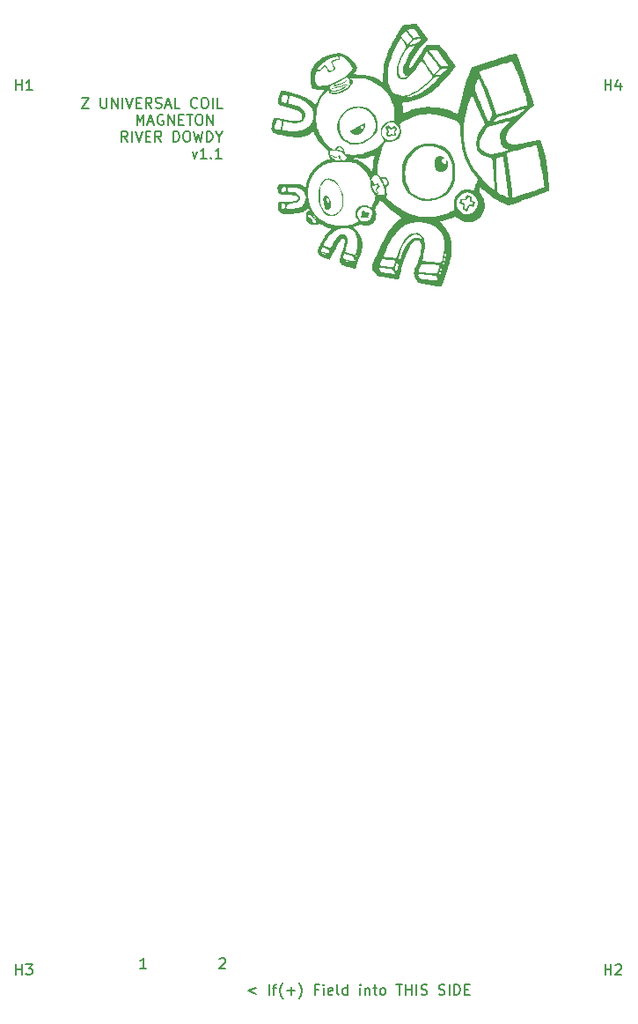
<source format=gto>
%TF.GenerationSoftware,KiCad,Pcbnew,9.0.1*%
%TF.CreationDate,2025-04-07T03:54:42-07:00*%
%TF.ProjectId,Coil_Panel_Z,436f696c-5f50-4616-9e65-6c5f5a2e6b69,1.1*%
%TF.SameCoordinates,Original*%
%TF.FileFunction,Legend,Top*%
%TF.FilePolarity,Positive*%
%FSLAX46Y46*%
G04 Gerber Fmt 4.6, Leading zero omitted, Abs format (unit mm)*
G04 Created by KiCad (PCBNEW 9.0.1) date 2025-04-07 03:54:42*
%MOMM*%
%LPD*%
G01*
G04 APERTURE LIST*
%ADD10C,0.150000*%
%ADD11C,0.000000*%
%ADD12C,2.600000*%
%ADD13C,3.800000*%
G04 APERTURE END LIST*
D10*
X132786197Y-128122361D02*
X132214769Y-128122361D01*
X132500483Y-128122361D02*
X132500483Y-127122361D01*
X132500483Y-127122361D02*
X132405245Y-127265218D01*
X132405245Y-127265218D02*
X132310007Y-127360456D01*
X132310007Y-127360456D02*
X132214769Y-127408075D01*
X139834769Y-127217599D02*
X139882388Y-127169980D01*
X139882388Y-127169980D02*
X139977626Y-127122361D01*
X139977626Y-127122361D02*
X140215721Y-127122361D01*
X140215721Y-127122361D02*
X140310959Y-127169980D01*
X140310959Y-127169980D02*
X140358578Y-127217599D01*
X140358578Y-127217599D02*
X140406197Y-127312837D01*
X140406197Y-127312837D02*
X140406197Y-127408075D01*
X140406197Y-127408075D02*
X140358578Y-127550932D01*
X140358578Y-127550932D02*
X139787150Y-128122361D01*
X139787150Y-128122361D02*
X140406197Y-128122361D01*
X143377387Y-129995694D02*
X142615482Y-130281408D01*
X142615482Y-130281408D02*
X143377387Y-130567122D01*
X144615482Y-130662361D02*
X144615482Y-129662361D01*
X144948815Y-129995694D02*
X145329767Y-129995694D01*
X145091672Y-130662361D02*
X145091672Y-129805218D01*
X145091672Y-129805218D02*
X145139291Y-129709980D01*
X145139291Y-129709980D02*
X145234529Y-129662361D01*
X145234529Y-129662361D02*
X145329767Y-129662361D01*
X145948815Y-131043313D02*
X145901196Y-130995694D01*
X145901196Y-130995694D02*
X145805958Y-130852837D01*
X145805958Y-130852837D02*
X145758339Y-130757599D01*
X145758339Y-130757599D02*
X145710720Y-130614742D01*
X145710720Y-130614742D02*
X145663101Y-130376646D01*
X145663101Y-130376646D02*
X145663101Y-130186170D01*
X145663101Y-130186170D02*
X145710720Y-129948075D01*
X145710720Y-129948075D02*
X145758339Y-129805218D01*
X145758339Y-129805218D02*
X145805958Y-129709980D01*
X145805958Y-129709980D02*
X145901196Y-129567122D01*
X145901196Y-129567122D02*
X145948815Y-129519503D01*
X146329768Y-130281408D02*
X147091673Y-130281408D01*
X146710720Y-130662361D02*
X146710720Y-129900456D01*
X147472625Y-131043313D02*
X147520244Y-130995694D01*
X147520244Y-130995694D02*
X147615482Y-130852837D01*
X147615482Y-130852837D02*
X147663101Y-130757599D01*
X147663101Y-130757599D02*
X147710720Y-130614742D01*
X147710720Y-130614742D02*
X147758339Y-130376646D01*
X147758339Y-130376646D02*
X147758339Y-130186170D01*
X147758339Y-130186170D02*
X147710720Y-129948075D01*
X147710720Y-129948075D02*
X147663101Y-129805218D01*
X147663101Y-129805218D02*
X147615482Y-129709980D01*
X147615482Y-129709980D02*
X147520244Y-129567122D01*
X147520244Y-129567122D02*
X147472625Y-129519503D01*
X149329768Y-130138551D02*
X148996435Y-130138551D01*
X148996435Y-130662361D02*
X148996435Y-129662361D01*
X148996435Y-129662361D02*
X149472625Y-129662361D01*
X149853578Y-130662361D02*
X149853578Y-129995694D01*
X149853578Y-129662361D02*
X149805959Y-129709980D01*
X149805959Y-129709980D02*
X149853578Y-129757599D01*
X149853578Y-129757599D02*
X149901197Y-129709980D01*
X149901197Y-129709980D02*
X149853578Y-129662361D01*
X149853578Y-129662361D02*
X149853578Y-129757599D01*
X150710720Y-130614742D02*
X150615482Y-130662361D01*
X150615482Y-130662361D02*
X150425006Y-130662361D01*
X150425006Y-130662361D02*
X150329768Y-130614742D01*
X150329768Y-130614742D02*
X150282149Y-130519503D01*
X150282149Y-130519503D02*
X150282149Y-130138551D01*
X150282149Y-130138551D02*
X150329768Y-130043313D01*
X150329768Y-130043313D02*
X150425006Y-129995694D01*
X150425006Y-129995694D02*
X150615482Y-129995694D01*
X150615482Y-129995694D02*
X150710720Y-130043313D01*
X150710720Y-130043313D02*
X150758339Y-130138551D01*
X150758339Y-130138551D02*
X150758339Y-130233789D01*
X150758339Y-130233789D02*
X150282149Y-130329027D01*
X151329768Y-130662361D02*
X151234530Y-130614742D01*
X151234530Y-130614742D02*
X151186911Y-130519503D01*
X151186911Y-130519503D02*
X151186911Y-129662361D01*
X152139292Y-130662361D02*
X152139292Y-129662361D01*
X152139292Y-130614742D02*
X152044054Y-130662361D01*
X152044054Y-130662361D02*
X151853578Y-130662361D01*
X151853578Y-130662361D02*
X151758340Y-130614742D01*
X151758340Y-130614742D02*
X151710721Y-130567122D01*
X151710721Y-130567122D02*
X151663102Y-130471884D01*
X151663102Y-130471884D02*
X151663102Y-130186170D01*
X151663102Y-130186170D02*
X151710721Y-130090932D01*
X151710721Y-130090932D02*
X151758340Y-130043313D01*
X151758340Y-130043313D02*
X151853578Y-129995694D01*
X151853578Y-129995694D02*
X152044054Y-129995694D01*
X152044054Y-129995694D02*
X152139292Y-130043313D01*
X153377388Y-130662361D02*
X153377388Y-129995694D01*
X153377388Y-129662361D02*
X153329769Y-129709980D01*
X153329769Y-129709980D02*
X153377388Y-129757599D01*
X153377388Y-129757599D02*
X153425007Y-129709980D01*
X153425007Y-129709980D02*
X153377388Y-129662361D01*
X153377388Y-129662361D02*
X153377388Y-129757599D01*
X153853578Y-129995694D02*
X153853578Y-130662361D01*
X153853578Y-130090932D02*
X153901197Y-130043313D01*
X153901197Y-130043313D02*
X153996435Y-129995694D01*
X153996435Y-129995694D02*
X154139292Y-129995694D01*
X154139292Y-129995694D02*
X154234530Y-130043313D01*
X154234530Y-130043313D02*
X154282149Y-130138551D01*
X154282149Y-130138551D02*
X154282149Y-130662361D01*
X154615483Y-129995694D02*
X154996435Y-129995694D01*
X154758340Y-129662361D02*
X154758340Y-130519503D01*
X154758340Y-130519503D02*
X154805959Y-130614742D01*
X154805959Y-130614742D02*
X154901197Y-130662361D01*
X154901197Y-130662361D02*
X154996435Y-130662361D01*
X155472626Y-130662361D02*
X155377388Y-130614742D01*
X155377388Y-130614742D02*
X155329769Y-130567122D01*
X155329769Y-130567122D02*
X155282150Y-130471884D01*
X155282150Y-130471884D02*
X155282150Y-130186170D01*
X155282150Y-130186170D02*
X155329769Y-130090932D01*
X155329769Y-130090932D02*
X155377388Y-130043313D01*
X155377388Y-130043313D02*
X155472626Y-129995694D01*
X155472626Y-129995694D02*
X155615483Y-129995694D01*
X155615483Y-129995694D02*
X155710721Y-130043313D01*
X155710721Y-130043313D02*
X155758340Y-130090932D01*
X155758340Y-130090932D02*
X155805959Y-130186170D01*
X155805959Y-130186170D02*
X155805959Y-130471884D01*
X155805959Y-130471884D02*
X155758340Y-130567122D01*
X155758340Y-130567122D02*
X155710721Y-130614742D01*
X155710721Y-130614742D02*
X155615483Y-130662361D01*
X155615483Y-130662361D02*
X155472626Y-130662361D01*
X156853579Y-129662361D02*
X157425007Y-129662361D01*
X157139293Y-130662361D02*
X157139293Y-129662361D01*
X157758341Y-130662361D02*
X157758341Y-129662361D01*
X157758341Y-130138551D02*
X158329769Y-130138551D01*
X158329769Y-130662361D02*
X158329769Y-129662361D01*
X158805960Y-130662361D02*
X158805960Y-129662361D01*
X159234531Y-130614742D02*
X159377388Y-130662361D01*
X159377388Y-130662361D02*
X159615483Y-130662361D01*
X159615483Y-130662361D02*
X159710721Y-130614742D01*
X159710721Y-130614742D02*
X159758340Y-130567122D01*
X159758340Y-130567122D02*
X159805959Y-130471884D01*
X159805959Y-130471884D02*
X159805959Y-130376646D01*
X159805959Y-130376646D02*
X159758340Y-130281408D01*
X159758340Y-130281408D02*
X159710721Y-130233789D01*
X159710721Y-130233789D02*
X159615483Y-130186170D01*
X159615483Y-130186170D02*
X159425007Y-130138551D01*
X159425007Y-130138551D02*
X159329769Y-130090932D01*
X159329769Y-130090932D02*
X159282150Y-130043313D01*
X159282150Y-130043313D02*
X159234531Y-129948075D01*
X159234531Y-129948075D02*
X159234531Y-129852837D01*
X159234531Y-129852837D02*
X159282150Y-129757599D01*
X159282150Y-129757599D02*
X159329769Y-129709980D01*
X159329769Y-129709980D02*
X159425007Y-129662361D01*
X159425007Y-129662361D02*
X159663102Y-129662361D01*
X159663102Y-129662361D02*
X159805959Y-129709980D01*
X160948817Y-130614742D02*
X161091674Y-130662361D01*
X161091674Y-130662361D02*
X161329769Y-130662361D01*
X161329769Y-130662361D02*
X161425007Y-130614742D01*
X161425007Y-130614742D02*
X161472626Y-130567122D01*
X161472626Y-130567122D02*
X161520245Y-130471884D01*
X161520245Y-130471884D02*
X161520245Y-130376646D01*
X161520245Y-130376646D02*
X161472626Y-130281408D01*
X161472626Y-130281408D02*
X161425007Y-130233789D01*
X161425007Y-130233789D02*
X161329769Y-130186170D01*
X161329769Y-130186170D02*
X161139293Y-130138551D01*
X161139293Y-130138551D02*
X161044055Y-130090932D01*
X161044055Y-130090932D02*
X160996436Y-130043313D01*
X160996436Y-130043313D02*
X160948817Y-129948075D01*
X160948817Y-129948075D02*
X160948817Y-129852837D01*
X160948817Y-129852837D02*
X160996436Y-129757599D01*
X160996436Y-129757599D02*
X161044055Y-129709980D01*
X161044055Y-129709980D02*
X161139293Y-129662361D01*
X161139293Y-129662361D02*
X161377388Y-129662361D01*
X161377388Y-129662361D02*
X161520245Y-129709980D01*
X161948817Y-130662361D02*
X161948817Y-129662361D01*
X162425007Y-130662361D02*
X162425007Y-129662361D01*
X162425007Y-129662361D02*
X162663102Y-129662361D01*
X162663102Y-129662361D02*
X162805959Y-129709980D01*
X162805959Y-129709980D02*
X162901197Y-129805218D01*
X162901197Y-129805218D02*
X162948816Y-129900456D01*
X162948816Y-129900456D02*
X162996435Y-130090932D01*
X162996435Y-130090932D02*
X162996435Y-130233789D01*
X162996435Y-130233789D02*
X162948816Y-130424265D01*
X162948816Y-130424265D02*
X162901197Y-130519503D01*
X162901197Y-130519503D02*
X162805959Y-130614742D01*
X162805959Y-130614742D02*
X162663102Y-130662361D01*
X162663102Y-130662361D02*
X162425007Y-130662361D01*
X163425007Y-130138551D02*
X163758340Y-130138551D01*
X163901197Y-130662361D02*
X163425007Y-130662361D01*
X163425007Y-130662361D02*
X163425007Y-129662361D01*
X163425007Y-129662361D02*
X163901197Y-129662361D01*
X126605126Y-44467529D02*
X127271792Y-44467529D01*
X127271792Y-44467529D02*
X126605126Y-45467529D01*
X126605126Y-45467529D02*
X127271792Y-45467529D01*
X128414650Y-44467529D02*
X128414650Y-45277052D01*
X128414650Y-45277052D02*
X128462269Y-45372290D01*
X128462269Y-45372290D02*
X128509888Y-45419910D01*
X128509888Y-45419910D02*
X128605126Y-45467529D01*
X128605126Y-45467529D02*
X128795602Y-45467529D01*
X128795602Y-45467529D02*
X128890840Y-45419910D01*
X128890840Y-45419910D02*
X128938459Y-45372290D01*
X128938459Y-45372290D02*
X128986078Y-45277052D01*
X128986078Y-45277052D02*
X128986078Y-44467529D01*
X129462269Y-45467529D02*
X129462269Y-44467529D01*
X129462269Y-44467529D02*
X130033697Y-45467529D01*
X130033697Y-45467529D02*
X130033697Y-44467529D01*
X130509888Y-45467529D02*
X130509888Y-44467529D01*
X130843221Y-44467529D02*
X131176554Y-45467529D01*
X131176554Y-45467529D02*
X131509887Y-44467529D01*
X131843221Y-44943719D02*
X132176554Y-44943719D01*
X132319411Y-45467529D02*
X131843221Y-45467529D01*
X131843221Y-45467529D02*
X131843221Y-44467529D01*
X131843221Y-44467529D02*
X132319411Y-44467529D01*
X133319411Y-45467529D02*
X132986078Y-44991338D01*
X132747983Y-45467529D02*
X132747983Y-44467529D01*
X132747983Y-44467529D02*
X133128935Y-44467529D01*
X133128935Y-44467529D02*
X133224173Y-44515148D01*
X133224173Y-44515148D02*
X133271792Y-44562767D01*
X133271792Y-44562767D02*
X133319411Y-44658005D01*
X133319411Y-44658005D02*
X133319411Y-44800862D01*
X133319411Y-44800862D02*
X133271792Y-44896100D01*
X133271792Y-44896100D02*
X133224173Y-44943719D01*
X133224173Y-44943719D02*
X133128935Y-44991338D01*
X133128935Y-44991338D02*
X132747983Y-44991338D01*
X133700364Y-45419910D02*
X133843221Y-45467529D01*
X133843221Y-45467529D02*
X134081316Y-45467529D01*
X134081316Y-45467529D02*
X134176554Y-45419910D01*
X134176554Y-45419910D02*
X134224173Y-45372290D01*
X134224173Y-45372290D02*
X134271792Y-45277052D01*
X134271792Y-45277052D02*
X134271792Y-45181814D01*
X134271792Y-45181814D02*
X134224173Y-45086576D01*
X134224173Y-45086576D02*
X134176554Y-45038957D01*
X134176554Y-45038957D02*
X134081316Y-44991338D01*
X134081316Y-44991338D02*
X133890840Y-44943719D01*
X133890840Y-44943719D02*
X133795602Y-44896100D01*
X133795602Y-44896100D02*
X133747983Y-44848481D01*
X133747983Y-44848481D02*
X133700364Y-44753243D01*
X133700364Y-44753243D02*
X133700364Y-44658005D01*
X133700364Y-44658005D02*
X133747983Y-44562767D01*
X133747983Y-44562767D02*
X133795602Y-44515148D01*
X133795602Y-44515148D02*
X133890840Y-44467529D01*
X133890840Y-44467529D02*
X134128935Y-44467529D01*
X134128935Y-44467529D02*
X134271792Y-44515148D01*
X134652745Y-45181814D02*
X135128935Y-45181814D01*
X134557507Y-45467529D02*
X134890840Y-44467529D01*
X134890840Y-44467529D02*
X135224173Y-45467529D01*
X136033697Y-45467529D02*
X135557507Y-45467529D01*
X135557507Y-45467529D02*
X135557507Y-44467529D01*
X137700364Y-45372290D02*
X137652745Y-45419910D01*
X137652745Y-45419910D02*
X137509888Y-45467529D01*
X137509888Y-45467529D02*
X137414650Y-45467529D01*
X137414650Y-45467529D02*
X137271793Y-45419910D01*
X137271793Y-45419910D02*
X137176555Y-45324671D01*
X137176555Y-45324671D02*
X137128936Y-45229433D01*
X137128936Y-45229433D02*
X137081317Y-45038957D01*
X137081317Y-45038957D02*
X137081317Y-44896100D01*
X137081317Y-44896100D02*
X137128936Y-44705624D01*
X137128936Y-44705624D02*
X137176555Y-44610386D01*
X137176555Y-44610386D02*
X137271793Y-44515148D01*
X137271793Y-44515148D02*
X137414650Y-44467529D01*
X137414650Y-44467529D02*
X137509888Y-44467529D01*
X137509888Y-44467529D02*
X137652745Y-44515148D01*
X137652745Y-44515148D02*
X137700364Y-44562767D01*
X138319412Y-44467529D02*
X138509888Y-44467529D01*
X138509888Y-44467529D02*
X138605126Y-44515148D01*
X138605126Y-44515148D02*
X138700364Y-44610386D01*
X138700364Y-44610386D02*
X138747983Y-44800862D01*
X138747983Y-44800862D02*
X138747983Y-45134195D01*
X138747983Y-45134195D02*
X138700364Y-45324671D01*
X138700364Y-45324671D02*
X138605126Y-45419910D01*
X138605126Y-45419910D02*
X138509888Y-45467529D01*
X138509888Y-45467529D02*
X138319412Y-45467529D01*
X138319412Y-45467529D02*
X138224174Y-45419910D01*
X138224174Y-45419910D02*
X138128936Y-45324671D01*
X138128936Y-45324671D02*
X138081317Y-45134195D01*
X138081317Y-45134195D02*
X138081317Y-44800862D01*
X138081317Y-44800862D02*
X138128936Y-44610386D01*
X138128936Y-44610386D02*
X138224174Y-44515148D01*
X138224174Y-44515148D02*
X138319412Y-44467529D01*
X139176555Y-45467529D02*
X139176555Y-44467529D01*
X140128935Y-45467529D02*
X139652745Y-45467529D01*
X139652745Y-45467529D02*
X139652745Y-44467529D01*
X131890840Y-47077473D02*
X131890840Y-46077473D01*
X131890840Y-46077473D02*
X132224173Y-46791758D01*
X132224173Y-46791758D02*
X132557506Y-46077473D01*
X132557506Y-46077473D02*
X132557506Y-47077473D01*
X132986078Y-46791758D02*
X133462268Y-46791758D01*
X132890840Y-47077473D02*
X133224173Y-46077473D01*
X133224173Y-46077473D02*
X133557506Y-47077473D01*
X134414649Y-46125092D02*
X134319411Y-46077473D01*
X134319411Y-46077473D02*
X134176554Y-46077473D01*
X134176554Y-46077473D02*
X134033697Y-46125092D01*
X134033697Y-46125092D02*
X133938459Y-46220330D01*
X133938459Y-46220330D02*
X133890840Y-46315568D01*
X133890840Y-46315568D02*
X133843221Y-46506044D01*
X133843221Y-46506044D02*
X133843221Y-46648901D01*
X133843221Y-46648901D02*
X133890840Y-46839377D01*
X133890840Y-46839377D02*
X133938459Y-46934615D01*
X133938459Y-46934615D02*
X134033697Y-47029854D01*
X134033697Y-47029854D02*
X134176554Y-47077473D01*
X134176554Y-47077473D02*
X134271792Y-47077473D01*
X134271792Y-47077473D02*
X134414649Y-47029854D01*
X134414649Y-47029854D02*
X134462268Y-46982234D01*
X134462268Y-46982234D02*
X134462268Y-46648901D01*
X134462268Y-46648901D02*
X134271792Y-46648901D01*
X134890840Y-47077473D02*
X134890840Y-46077473D01*
X134890840Y-46077473D02*
X135462268Y-47077473D01*
X135462268Y-47077473D02*
X135462268Y-46077473D01*
X135938459Y-46553663D02*
X136271792Y-46553663D01*
X136414649Y-47077473D02*
X135938459Y-47077473D01*
X135938459Y-47077473D02*
X135938459Y-46077473D01*
X135938459Y-46077473D02*
X136414649Y-46077473D01*
X136700364Y-46077473D02*
X137271792Y-46077473D01*
X136986078Y-47077473D02*
X136986078Y-46077473D01*
X137795602Y-46077473D02*
X137986078Y-46077473D01*
X137986078Y-46077473D02*
X138081316Y-46125092D01*
X138081316Y-46125092D02*
X138176554Y-46220330D01*
X138176554Y-46220330D02*
X138224173Y-46410806D01*
X138224173Y-46410806D02*
X138224173Y-46744139D01*
X138224173Y-46744139D02*
X138176554Y-46934615D01*
X138176554Y-46934615D02*
X138081316Y-47029854D01*
X138081316Y-47029854D02*
X137986078Y-47077473D01*
X137986078Y-47077473D02*
X137795602Y-47077473D01*
X137795602Y-47077473D02*
X137700364Y-47029854D01*
X137700364Y-47029854D02*
X137605126Y-46934615D01*
X137605126Y-46934615D02*
X137557507Y-46744139D01*
X137557507Y-46744139D02*
X137557507Y-46410806D01*
X137557507Y-46410806D02*
X137605126Y-46220330D01*
X137605126Y-46220330D02*
X137700364Y-46125092D01*
X137700364Y-46125092D02*
X137795602Y-46077473D01*
X138652745Y-47077473D02*
X138652745Y-46077473D01*
X138652745Y-46077473D02*
X139224173Y-47077473D01*
X139224173Y-47077473D02*
X139224173Y-46077473D01*
X130986078Y-48687417D02*
X130652745Y-48211226D01*
X130414650Y-48687417D02*
X130414650Y-47687417D01*
X130414650Y-47687417D02*
X130795602Y-47687417D01*
X130795602Y-47687417D02*
X130890840Y-47735036D01*
X130890840Y-47735036D02*
X130938459Y-47782655D01*
X130938459Y-47782655D02*
X130986078Y-47877893D01*
X130986078Y-47877893D02*
X130986078Y-48020750D01*
X130986078Y-48020750D02*
X130938459Y-48115988D01*
X130938459Y-48115988D02*
X130890840Y-48163607D01*
X130890840Y-48163607D02*
X130795602Y-48211226D01*
X130795602Y-48211226D02*
X130414650Y-48211226D01*
X131414650Y-48687417D02*
X131414650Y-47687417D01*
X131747983Y-47687417D02*
X132081316Y-48687417D01*
X132081316Y-48687417D02*
X132414649Y-47687417D01*
X132747983Y-48163607D02*
X133081316Y-48163607D01*
X133224173Y-48687417D02*
X132747983Y-48687417D01*
X132747983Y-48687417D02*
X132747983Y-47687417D01*
X132747983Y-47687417D02*
X133224173Y-47687417D01*
X134224173Y-48687417D02*
X133890840Y-48211226D01*
X133652745Y-48687417D02*
X133652745Y-47687417D01*
X133652745Y-47687417D02*
X134033697Y-47687417D01*
X134033697Y-47687417D02*
X134128935Y-47735036D01*
X134128935Y-47735036D02*
X134176554Y-47782655D01*
X134176554Y-47782655D02*
X134224173Y-47877893D01*
X134224173Y-47877893D02*
X134224173Y-48020750D01*
X134224173Y-48020750D02*
X134176554Y-48115988D01*
X134176554Y-48115988D02*
X134128935Y-48163607D01*
X134128935Y-48163607D02*
X134033697Y-48211226D01*
X134033697Y-48211226D02*
X133652745Y-48211226D01*
X135414650Y-48687417D02*
X135414650Y-47687417D01*
X135414650Y-47687417D02*
X135652745Y-47687417D01*
X135652745Y-47687417D02*
X135795602Y-47735036D01*
X135795602Y-47735036D02*
X135890840Y-47830274D01*
X135890840Y-47830274D02*
X135938459Y-47925512D01*
X135938459Y-47925512D02*
X135986078Y-48115988D01*
X135986078Y-48115988D02*
X135986078Y-48258845D01*
X135986078Y-48258845D02*
X135938459Y-48449321D01*
X135938459Y-48449321D02*
X135890840Y-48544559D01*
X135890840Y-48544559D02*
X135795602Y-48639798D01*
X135795602Y-48639798D02*
X135652745Y-48687417D01*
X135652745Y-48687417D02*
X135414650Y-48687417D01*
X136605126Y-47687417D02*
X136795602Y-47687417D01*
X136795602Y-47687417D02*
X136890840Y-47735036D01*
X136890840Y-47735036D02*
X136986078Y-47830274D01*
X136986078Y-47830274D02*
X137033697Y-48020750D01*
X137033697Y-48020750D02*
X137033697Y-48354083D01*
X137033697Y-48354083D02*
X136986078Y-48544559D01*
X136986078Y-48544559D02*
X136890840Y-48639798D01*
X136890840Y-48639798D02*
X136795602Y-48687417D01*
X136795602Y-48687417D02*
X136605126Y-48687417D01*
X136605126Y-48687417D02*
X136509888Y-48639798D01*
X136509888Y-48639798D02*
X136414650Y-48544559D01*
X136414650Y-48544559D02*
X136367031Y-48354083D01*
X136367031Y-48354083D02*
X136367031Y-48020750D01*
X136367031Y-48020750D02*
X136414650Y-47830274D01*
X136414650Y-47830274D02*
X136509888Y-47735036D01*
X136509888Y-47735036D02*
X136605126Y-47687417D01*
X137367031Y-47687417D02*
X137605126Y-48687417D01*
X137605126Y-48687417D02*
X137795602Y-47973131D01*
X137795602Y-47973131D02*
X137986078Y-48687417D01*
X137986078Y-48687417D02*
X138224174Y-47687417D01*
X138605126Y-48687417D02*
X138605126Y-47687417D01*
X138605126Y-47687417D02*
X138843221Y-47687417D01*
X138843221Y-47687417D02*
X138986078Y-47735036D01*
X138986078Y-47735036D02*
X139081316Y-47830274D01*
X139081316Y-47830274D02*
X139128935Y-47925512D01*
X139128935Y-47925512D02*
X139176554Y-48115988D01*
X139176554Y-48115988D02*
X139176554Y-48258845D01*
X139176554Y-48258845D02*
X139128935Y-48449321D01*
X139128935Y-48449321D02*
X139081316Y-48544559D01*
X139081316Y-48544559D02*
X138986078Y-48639798D01*
X138986078Y-48639798D02*
X138843221Y-48687417D01*
X138843221Y-48687417D02*
X138605126Y-48687417D01*
X139795602Y-48211226D02*
X139795602Y-48687417D01*
X139462269Y-47687417D02*
X139795602Y-48211226D01*
X139795602Y-48211226D02*
X140128935Y-47687417D01*
X137224174Y-49630694D02*
X137462269Y-50297361D01*
X137462269Y-50297361D02*
X137700364Y-49630694D01*
X138605126Y-50297361D02*
X138033698Y-50297361D01*
X138319412Y-50297361D02*
X138319412Y-49297361D01*
X138319412Y-49297361D02*
X138224174Y-49440218D01*
X138224174Y-49440218D02*
X138128936Y-49535456D01*
X138128936Y-49535456D02*
X138033698Y-49583075D01*
X139033698Y-50202122D02*
X139081317Y-50249742D01*
X139081317Y-50249742D02*
X139033698Y-50297361D01*
X139033698Y-50297361D02*
X138986079Y-50249742D01*
X138986079Y-50249742D02*
X139033698Y-50202122D01*
X139033698Y-50202122D02*
X139033698Y-50297361D01*
X140033697Y-50297361D02*
X139462269Y-50297361D01*
X139747983Y-50297361D02*
X139747983Y-49297361D01*
X139747983Y-49297361D02*
X139652745Y-49440218D01*
X139652745Y-49440218D02*
X139557507Y-49535456D01*
X139557507Y-49535456D02*
X139462269Y-49583075D01*
X120258096Y-128711649D02*
X120258096Y-127711649D01*
X120258096Y-128187839D02*
X120829524Y-128187839D01*
X120829524Y-128711649D02*
X120829524Y-127711649D01*
X121210477Y-127711649D02*
X121829524Y-127711649D01*
X121829524Y-127711649D02*
X121496191Y-128092601D01*
X121496191Y-128092601D02*
X121639048Y-128092601D01*
X121639048Y-128092601D02*
X121734286Y-128140220D01*
X121734286Y-128140220D02*
X121781905Y-128187839D01*
X121781905Y-128187839D02*
X121829524Y-128283077D01*
X121829524Y-128283077D02*
X121829524Y-128521172D01*
X121829524Y-128521172D02*
X121781905Y-128616410D01*
X121781905Y-128616410D02*
X121734286Y-128664030D01*
X121734286Y-128664030D02*
X121639048Y-128711649D01*
X121639048Y-128711649D02*
X121353334Y-128711649D01*
X121353334Y-128711649D02*
X121258096Y-128664030D01*
X121258096Y-128664030D02*
X121210477Y-128616410D01*
X176932096Y-43711649D02*
X176932096Y-42711649D01*
X176932096Y-43187839D02*
X177503524Y-43187839D01*
X177503524Y-43711649D02*
X177503524Y-42711649D01*
X178408286Y-43044982D02*
X178408286Y-43711649D01*
X178170191Y-42664030D02*
X177932096Y-43378315D01*
X177932096Y-43378315D02*
X178551143Y-43378315D01*
X176932096Y-128711649D02*
X176932096Y-127711649D01*
X176932096Y-128187839D02*
X177503524Y-128187839D01*
X177503524Y-128711649D02*
X177503524Y-127711649D01*
X177932096Y-127806887D02*
X177979715Y-127759268D01*
X177979715Y-127759268D02*
X178074953Y-127711649D01*
X178074953Y-127711649D02*
X178313048Y-127711649D01*
X178313048Y-127711649D02*
X178408286Y-127759268D01*
X178408286Y-127759268D02*
X178455905Y-127806887D01*
X178455905Y-127806887D02*
X178503524Y-127902125D01*
X178503524Y-127902125D02*
X178503524Y-127997363D01*
X178503524Y-127997363D02*
X178455905Y-128140220D01*
X178455905Y-128140220D02*
X177884477Y-128711649D01*
X177884477Y-128711649D02*
X178503524Y-128711649D01*
X120258096Y-43711649D02*
X120258096Y-42711649D01*
X120258096Y-43187839D02*
X120829524Y-43187839D01*
X120829524Y-43711649D02*
X120829524Y-42711649D01*
X121829524Y-43711649D02*
X121258096Y-43711649D01*
X121543810Y-43711649D02*
X121543810Y-42711649D01*
X121543810Y-42711649D02*
X121448572Y-42854506D01*
X121448572Y-42854506D02*
X121353334Y-42949744D01*
X121353334Y-42949744D02*
X121258096Y-42997363D01*
D11*
%TO.C,G\u002A\u002A\u002A*%
G36*
X152092750Y-42832440D02*
G01*
X152031251Y-42909126D01*
X152024173Y-42916777D01*
X151943983Y-42983792D01*
X151825143Y-43050244D01*
X151658669Y-43119881D01*
X151435578Y-43196453D01*
X151146886Y-43283708D01*
X151140314Y-43285607D01*
X150911792Y-43350105D01*
X150752194Y-43391484D01*
X150658087Y-43410395D01*
X150626037Y-43407486D01*
X150652611Y-43383406D01*
X150666038Y-43375300D01*
X150724788Y-43349544D01*
X150840552Y-43305343D01*
X150998081Y-43248308D01*
X151182127Y-43184047D01*
X151237253Y-43165210D01*
X151439846Y-43092717D01*
X151633099Y-43017141D01*
X151796997Y-42946726D01*
X151911525Y-42889716D01*
X151924020Y-42882335D01*
X152038101Y-42818689D01*
X152094689Y-42802175D01*
X152092750Y-42832440D01*
G37*
G36*
X153760374Y-55347456D02*
G01*
X153824049Y-55418801D01*
X153892534Y-55494738D01*
X153944360Y-55519451D01*
X154007866Y-55503163D01*
X154030349Y-55493218D01*
X154113212Y-55465738D01*
X154173046Y-55486136D01*
X154213511Y-55522672D01*
X154291077Y-55600239D01*
X154185740Y-55710187D01*
X154122067Y-55782022D01*
X154108981Y-55820340D01*
X154141236Y-55843422D01*
X154146859Y-55845637D01*
X154188037Y-55868814D01*
X154178206Y-55902860D01*
X154131954Y-55952500D01*
X154073799Y-56001924D01*
X154016825Y-56014255D01*
X153929243Y-55993609D01*
X153896467Y-55982995D01*
X153774523Y-55953328D01*
X153682700Y-55961879D01*
X153645369Y-55976313D01*
X153547803Y-56014021D01*
X153490507Y-56014139D01*
X153463125Y-55995109D01*
X153438180Y-55924032D01*
X153468464Y-55843543D01*
X153501594Y-55810835D01*
X153541839Y-55767938D01*
X153540066Y-55709723D01*
X153517264Y-55647809D01*
X153490659Y-55562601D01*
X153503376Y-55494797D01*
X153555772Y-55414217D01*
X153630761Y-55327363D01*
X153692569Y-55305000D01*
X153760374Y-55347456D01*
G37*
G36*
X161155276Y-50055890D02*
G01*
X161343190Y-50114231D01*
X161519106Y-50222264D01*
X161668047Y-50373659D01*
X161754859Y-50515657D01*
X161804921Y-50690911D01*
X161814398Y-50895946D01*
X161784502Y-51096999D01*
X161728917Y-51239752D01*
X161603216Y-51404242D01*
X161443496Y-51528528D01*
X161267171Y-51603790D01*
X161091654Y-51621209D01*
X161007903Y-51604929D01*
X160812750Y-51504854D01*
X160659721Y-51343394D01*
X160597735Y-51234482D01*
X160551641Y-51119643D01*
X160528679Y-51006612D01*
X160524302Y-50864949D01*
X160527987Y-50767400D01*
X160555716Y-50550888D01*
X161253764Y-50550888D01*
X161288147Y-50677333D01*
X161356946Y-50779329D01*
X161453147Y-50836094D01*
X161496423Y-50841485D01*
X161582312Y-50812113D01*
X161623804Y-50767827D01*
X161662653Y-50630271D01*
X161629130Y-50492140D01*
X161529557Y-50355394D01*
X161395888Y-50213150D01*
X161316295Y-50307763D01*
X161260809Y-50420771D01*
X161253764Y-50550888D01*
X160555716Y-50550888D01*
X160562207Y-50500201D01*
X160635246Y-50296466D01*
X160748253Y-50153462D01*
X160803356Y-50113594D01*
X160970339Y-50053568D01*
X161155276Y-50055890D01*
G37*
G36*
X150210710Y-53885056D02*
G01*
X150327760Y-53980434D01*
X150426513Y-54122076D01*
X150503507Y-54295462D01*
X150555282Y-54486069D01*
X150578377Y-54679375D01*
X150569331Y-54860861D01*
X150524682Y-55016003D01*
X150440969Y-55130281D01*
X150391753Y-55163420D01*
X150305104Y-55203970D01*
X150241816Y-55212897D01*
X150158863Y-55195908D01*
X150154822Y-55194847D01*
X150072790Y-55137600D01*
X149995043Y-55019423D01*
X149926501Y-54855542D01*
X149872082Y-54661188D01*
X149836705Y-54451587D01*
X149825289Y-54241970D01*
X149827300Y-54180853D01*
X149829659Y-54156279D01*
X150162575Y-54156279D01*
X150172354Y-54267501D01*
X150194988Y-54384189D01*
X150227527Y-54483831D01*
X150258258Y-54535648D01*
X150322518Y-54581635D01*
X150365725Y-54554583D01*
X150387706Y-54454697D01*
X150390678Y-54378630D01*
X150371549Y-54268248D01*
X150322857Y-54158663D01*
X150258949Y-54074478D01*
X150194171Y-54040293D01*
X150193377Y-54040286D01*
X150168600Y-54073036D01*
X150162575Y-54156279D01*
X149829659Y-54156279D01*
X149842695Y-54020466D01*
X149874194Y-53921725D01*
X149932711Y-53870291D01*
X150029165Y-53851824D01*
X150078824Y-53850464D01*
X150210710Y-53885056D01*
G37*
G36*
X153841968Y-46926233D02*
G01*
X153855433Y-47000759D01*
X153845939Y-47123542D01*
X153818021Y-47271817D01*
X153776211Y-47422814D01*
X153725045Y-47553766D01*
X153711826Y-47579775D01*
X153562378Y-47783817D01*
X153370563Y-47926015D01*
X153141841Y-48002846D01*
X153037980Y-48014673D01*
X152848050Y-48010961D01*
X152711256Y-47973745D01*
X152695408Y-47965725D01*
X152559209Y-47883791D01*
X152448959Y-47801936D01*
X152377385Y-47731215D01*
X152357215Y-47682685D01*
X152361417Y-47675587D01*
X152414952Y-47637884D01*
X152520377Y-47576038D01*
X152665799Y-47496069D01*
X152839325Y-47403997D01*
X153029063Y-47305840D01*
X153119364Y-47260134D01*
X153437738Y-47260134D01*
X153466003Y-47359625D01*
X153540586Y-47410882D01*
X153570574Y-47414199D01*
X153628086Y-47400713D01*
X153667213Y-47348077D01*
X153701498Y-47238203D01*
X153724886Y-47132635D01*
X153734352Y-47062789D01*
X153732415Y-47048807D01*
X153694898Y-47058281D01*
X153623233Y-47100709D01*
X153540902Y-47159252D01*
X153471387Y-47217068D01*
X153438169Y-47257319D01*
X153437738Y-47260134D01*
X153119364Y-47260134D01*
X153223120Y-47207618D01*
X153409604Y-47115349D01*
X153576621Y-47035055D01*
X153712279Y-46972752D01*
X153804686Y-46934462D01*
X153841948Y-46926203D01*
X153841968Y-46926233D01*
G37*
G36*
X150581568Y-52250616D02*
G01*
X150819248Y-52361398D01*
X151042628Y-52542466D01*
X151249224Y-52791170D01*
X151436550Y-53104857D01*
X151602120Y-53480877D01*
X151652656Y-53621396D01*
X151710510Y-53800256D01*
X151747283Y-53946593D01*
X151767763Y-54090073D01*
X151776740Y-54260360D01*
X151778691Y-54402055D01*
X151771528Y-54680404D01*
X151742401Y-54902573D01*
X151685507Y-55086810D01*
X151595041Y-55251364D01*
X151465198Y-55414481D01*
X151452040Y-55428996D01*
X151256671Y-55604831D01*
X151036734Y-55739227D01*
X150808038Y-55826201D01*
X150586389Y-55859770D01*
X150387594Y-55833952D01*
X150384649Y-55833012D01*
X150171658Y-55740309D01*
X149990044Y-55605222D01*
X149829982Y-55417703D01*
X149681648Y-55167707D01*
X149629196Y-55060412D01*
X149492366Y-54693492D01*
X149402164Y-54289134D01*
X149361287Y-53870993D01*
X149364415Y-53756404D01*
X149501591Y-53756404D01*
X149501832Y-53792760D01*
X149519433Y-54212435D01*
X149565739Y-54568580D01*
X149643061Y-54869105D01*
X149753708Y-55121922D01*
X149899992Y-55334941D01*
X149976488Y-55418348D01*
X150180530Y-55576162D01*
X150408955Y-55672290D01*
X150647553Y-55703991D01*
X150882111Y-55668521D01*
X151008029Y-55617465D01*
X151241274Y-55468240D01*
X151419183Y-55281412D01*
X151541881Y-55076639D01*
X151599697Y-54953954D01*
X151635992Y-54854413D01*
X151655420Y-54753430D01*
X151662632Y-54626417D01*
X151662282Y-54448788D01*
X151662184Y-54440930D01*
X151633135Y-54079668D01*
X151558878Y-53718737D01*
X151445357Y-53374723D01*
X151298512Y-53064213D01*
X151124284Y-52803794D01*
X151042752Y-52711677D01*
X150819486Y-52519214D01*
X150596140Y-52396562D01*
X150378118Y-52343838D01*
X150170822Y-52361159D01*
X149979655Y-52448642D01*
X149810021Y-52606405D01*
X149753073Y-52683692D01*
X149650890Y-52856769D01*
X149578597Y-53033157D01*
X149532248Y-53230277D01*
X149507894Y-53465553D01*
X149501591Y-53756404D01*
X149364415Y-53756404D01*
X149372432Y-53462720D01*
X149415191Y-53183465D01*
X149503474Y-52898510D01*
X149632708Y-52652565D01*
X149795397Y-52453567D01*
X149984043Y-52309454D01*
X150191147Y-52228163D01*
X150332075Y-52212772D01*
X150581568Y-52250616D01*
G37*
G36*
X153493582Y-45302984D02*
G01*
X153848060Y-45378448D01*
X154170959Y-45517758D01*
X154455757Y-45716510D01*
X154695928Y-45970301D01*
X154884948Y-46274725D01*
X155000221Y-46568991D01*
X155043058Y-46730755D01*
X155066173Y-46879353D01*
X155072902Y-47046340D01*
X155068645Y-47216368D01*
X155058093Y-47401588D01*
X155040949Y-47535184D01*
X155011792Y-47641686D01*
X154965199Y-47745622D01*
X154942067Y-47789049D01*
X154786802Y-48013821D01*
X154573137Y-48239044D01*
X154317695Y-48452044D01*
X154037100Y-48640148D01*
X153747975Y-48790682D01*
X153513900Y-48877875D01*
X153341784Y-48915290D01*
X153127824Y-48942274D01*
X152898749Y-48957327D01*
X152681290Y-48958948D01*
X152502177Y-48945636D01*
X152454346Y-48937353D01*
X152126979Y-48831527D01*
X151841889Y-48662673D01*
X151600145Y-48431816D01*
X151402818Y-48139979D01*
X151250977Y-47788186D01*
X151249621Y-47784159D01*
X151167620Y-47427444D01*
X151160824Y-47092731D01*
X151360465Y-47092731D01*
X151379638Y-47425669D01*
X151455990Y-47749459D01*
X151586289Y-48051450D01*
X151767299Y-48318987D01*
X151995786Y-48539419D01*
X152050939Y-48579535D01*
X152300437Y-48719136D01*
X152562444Y-48798360D01*
X152849652Y-48819169D01*
X153174755Y-48783521D01*
X153261457Y-48766438D01*
X153575180Y-48672193D01*
X153886073Y-48528049D01*
X154176688Y-48345291D01*
X154429579Y-48135201D01*
X154627298Y-47909064D01*
X154658803Y-47862722D01*
X154792868Y-47589370D01*
X154860159Y-47298293D01*
X154865041Y-46998968D01*
X154811880Y-46700871D01*
X154705041Y-46413476D01*
X154548890Y-46146260D01*
X154347791Y-45908698D01*
X154106111Y-45710266D01*
X153828215Y-45560439D01*
X153559626Y-45476840D01*
X153220769Y-45436586D01*
X152891654Y-45465406D01*
X152773312Y-45492192D01*
X152480106Y-45595489D01*
X152196594Y-45745141D01*
X151937824Y-45929772D01*
X151718839Y-46138004D01*
X151554686Y-46358461D01*
X151506597Y-46450024D01*
X151401707Y-46763299D01*
X151360465Y-47092731D01*
X151160824Y-47092731D01*
X151160461Y-47074835D01*
X151226828Y-46731473D01*
X151365407Y-46402497D01*
X151574884Y-46093050D01*
X151723834Y-45929042D01*
X152031491Y-45667907D01*
X152363635Y-45477318D01*
X152727479Y-45353990D01*
X153114050Y-45295770D01*
X153493582Y-45302984D01*
G37*
G36*
X156254133Y-47222217D02*
G01*
X156325997Y-47298115D01*
X156391256Y-47325407D01*
X156470127Y-47303690D01*
X156582828Y-47232561D01*
X156607297Y-47215174D01*
X156655404Y-47194093D01*
X156704657Y-47214922D01*
X156775144Y-47287229D01*
X156786634Y-47300580D01*
X156874784Y-47425916D01*
X156896307Y-47520428D01*
X156851851Y-47588998D01*
X156826943Y-47604604D01*
X156761856Y-47667822D01*
X156762953Y-47757001D01*
X156812922Y-47854446D01*
X156852582Y-47926861D01*
X156844162Y-47978181D01*
X156803827Y-48027997D01*
X156698863Y-48124930D01*
X156612443Y-48155813D01*
X156531508Y-48123894D01*
X156505848Y-48102093D01*
X156442387Y-48048977D01*
X156395543Y-48047082D01*
X156328557Y-48093592D01*
X156191287Y-48173951D01*
X156067760Y-48195248D01*
X156027243Y-48186502D01*
X155906608Y-48115383D01*
X155848533Y-48019832D01*
X155851892Y-47979924D01*
X156030653Y-47979924D01*
X156055551Y-48044691D01*
X156111286Y-48072851D01*
X156190352Y-48046036D01*
X156196455Y-48041706D01*
X156296234Y-47976592D01*
X156360297Y-47940709D01*
X156436971Y-47918229D01*
X156505080Y-47951515D01*
X156523326Y-47967306D01*
X156585097Y-48013275D01*
X156629554Y-48005548D01*
X156658614Y-47979658D01*
X156693532Y-47932207D01*
X156687681Y-47878825D01*
X156651179Y-47808230D01*
X156612116Y-47731025D01*
X156611362Y-47674828D01*
X156652578Y-47604836D01*
X156675956Y-47572860D01*
X156731234Y-47491707D01*
X156742445Y-47442715D01*
X156713353Y-47398776D01*
X156701775Y-47386953D01*
X156656143Y-47350269D01*
X156613639Y-47355088D01*
X156549502Y-47407369D01*
X156526589Y-47429126D01*
X156415339Y-47506958D01*
X156321486Y-47510667D01*
X156245104Y-47440261D01*
X156225380Y-47404213D01*
X156164394Y-47322973D01*
X156097440Y-47301645D01*
X156044046Y-47341657D01*
X156047409Y-47397048D01*
X156089225Y-47478750D01*
X156098920Y-47492439D01*
X156167745Y-47620428D01*
X156165992Y-47727845D01*
X156103405Y-47814049D01*
X156044102Y-47896921D01*
X156030653Y-47979924D01*
X155851892Y-47979924D01*
X155857471Y-47913629D01*
X155913000Y-47833090D01*
X155978295Y-47732944D01*
X155973632Y-47626086D01*
X155898393Y-47502673D01*
X155891825Y-47494769D01*
X155829454Y-47394299D01*
X155832306Y-47309080D01*
X155903942Y-47228990D01*
X156007998Y-47164564D01*
X156146330Y-47090511D01*
X156254133Y-47222217D01*
G37*
G36*
X163889032Y-53860453D02*
G01*
X163952880Y-53890410D01*
X164042737Y-53939747D01*
X164086865Y-53986053D01*
X164099131Y-54056363D01*
X164094167Y-54165897D01*
X164081366Y-54362775D01*
X164241036Y-54396887D01*
X164343043Y-54427093D01*
X164407878Y-54462043D01*
X164416835Y-54473649D01*
X164417630Y-54539854D01*
X164398176Y-54647570D01*
X164366180Y-54767462D01*
X164329351Y-54870198D01*
X164298596Y-54923596D01*
X164243070Y-54940878D01*
X164142284Y-54917202D01*
X164094340Y-54899124D01*
X163993072Y-54861247D01*
X163935586Y-54854221D01*
X163895400Y-54879518D01*
X163867854Y-54911713D01*
X163818281Y-55002016D01*
X163780687Y-55119534D01*
X163777796Y-55133793D01*
X163741386Y-55263423D01*
X163693001Y-55347739D01*
X163648292Y-55371448D01*
X163600381Y-55358662D01*
X163509777Y-55328756D01*
X163475994Y-55316890D01*
X163329557Y-55252496D01*
X163252423Y-55184528D01*
X163237869Y-55104810D01*
X163255872Y-55049046D01*
X163290372Y-54933047D01*
X163300706Y-54839723D01*
X163291589Y-54767227D01*
X163250800Y-54723289D01*
X163158182Y-54688360D01*
X163138862Y-54682771D01*
X163034197Y-54649938D01*
X162962893Y-54621953D01*
X162950364Y-54614601D01*
X162942117Y-54566906D01*
X162952606Y-54474699D01*
X162967529Y-54405119D01*
X163148382Y-54405119D01*
X163163281Y-54475727D01*
X163220462Y-54526754D01*
X163300706Y-54563219D01*
X163397840Y-54612285D01*
X163445378Y-54674523D01*
X163449328Y-54768543D01*
X163415696Y-54912952D01*
X163414705Y-54916400D01*
X163394873Y-55012470D01*
X163410958Y-55068878D01*
X163442990Y-55098470D01*
X163543767Y-55141859D01*
X163625579Y-55112427D01*
X163685140Y-55011887D01*
X163698893Y-54965256D01*
X163737448Y-54838860D01*
X163788425Y-54767106D01*
X163873408Y-54732607D01*
X164005204Y-54718508D01*
X164119217Y-54707622D01*
X164177811Y-54685712D01*
X164201727Y-54641257D01*
X164207245Y-54606264D01*
X164205290Y-54538243D01*
X164165863Y-54499301D01*
X164073962Y-54470805D01*
X163929042Y-54435785D01*
X163934015Y-54241606D01*
X163933738Y-54126289D01*
X163918874Y-54065573D01*
X163879879Y-54038065D01*
X163838813Y-54028192D01*
X163727693Y-54032595D01*
X163658657Y-54088286D01*
X163643435Y-54151576D01*
X163617776Y-54236081D01*
X163536115Y-54286386D01*
X163391425Y-54306212D01*
X163350211Y-54306853D01*
X163233075Y-54309443D01*
X163173070Y-54323380D01*
X163151197Y-54357916D01*
X163148382Y-54405119D01*
X162967529Y-54405119D01*
X162976012Y-54365564D01*
X163006514Y-54267083D01*
X163035825Y-54209620D01*
X163102817Y-54184529D01*
X163230672Y-54190698D01*
X163240508Y-54192143D01*
X163393749Y-54200236D01*
X163487326Y-54166554D01*
X163526962Y-54088379D01*
X163529192Y-54054931D01*
X163552620Y-53915166D01*
X163621654Y-53835679D01*
X163734417Y-53817199D01*
X163889032Y-53860453D01*
G37*
G36*
X160322574Y-48890516D02*
G01*
X160553179Y-48907453D01*
X160711201Y-48933545D01*
X161107235Y-49065390D01*
X161466584Y-49261070D01*
X161783482Y-49514813D01*
X162052162Y-49820851D01*
X162266858Y-50173413D01*
X162421803Y-50566730D01*
X162451583Y-50674926D01*
X162479163Y-50808596D01*
X162498585Y-50965048D01*
X162510895Y-51158820D01*
X162517141Y-51404450D01*
X162518451Y-51603105D01*
X162517668Y-51857620D01*
X162513502Y-52052549D01*
X162504475Y-52204447D01*
X162489110Y-52329867D01*
X162465930Y-52445360D01*
X162433457Y-52567482D01*
X162431917Y-52572832D01*
X162316828Y-52904822D01*
X162173030Y-53186126D01*
X161986568Y-53440776D01*
X161830259Y-53609008D01*
X161532121Y-53859713D01*
X161186574Y-54062047D01*
X160785905Y-54220211D01*
X160615999Y-54270034D01*
X160404530Y-54314294D01*
X160155965Y-54346590D01*
X159892025Y-54365957D01*
X159634430Y-54371434D01*
X159404901Y-54362057D01*
X159225157Y-54336864D01*
X159207003Y-54332486D01*
X158905061Y-54229105D01*
X158600480Y-54078641D01*
X158314355Y-53894241D01*
X158067779Y-53689056D01*
X157924113Y-53532749D01*
X157750164Y-53273743D01*
X157599514Y-52972905D01*
X157488114Y-52664211D01*
X157455715Y-52534996D01*
X157425347Y-52330431D01*
X157406653Y-52074549D01*
X157399626Y-51791295D01*
X157400310Y-51748916D01*
X157698591Y-51748916D01*
X157722399Y-52139461D01*
X157785772Y-52518366D01*
X157886684Y-52864474D01*
X157973861Y-53066637D01*
X158186216Y-53414918D01*
X158439114Y-53698829D01*
X158731999Y-53918117D01*
X159064312Y-54072532D01*
X159435497Y-54161822D01*
X159844996Y-54185736D01*
X160292253Y-54144023D01*
X160344596Y-54135267D01*
X160766623Y-54030488D01*
X161135357Y-53871919D01*
X161452808Y-53658141D01*
X161720987Y-53387730D01*
X161941902Y-53059266D01*
X161987294Y-52973264D01*
X162087188Y-52754542D01*
X162159960Y-52541322D01*
X162210244Y-52312942D01*
X162242675Y-52048742D01*
X162260834Y-51753777D01*
X162268305Y-51498864D01*
X162265516Y-51295881D01*
X162251241Y-51121132D01*
X162224253Y-50950923D01*
X162217477Y-50916602D01*
X162099652Y-50503200D01*
X161925252Y-50140067D01*
X161696754Y-49829374D01*
X161416636Y-49573290D01*
X161087372Y-49373986D01*
X160711440Y-49233631D01*
X160291317Y-49154394D01*
X160196067Y-49145597D01*
X159857239Y-49139321D01*
X159533919Y-49170509D01*
X159246779Y-49236366D01*
X159092760Y-49294855D01*
X158823701Y-49454654D01*
X158562760Y-49677552D01*
X158319891Y-49950510D01*
X158105049Y-50260487D01*
X157928188Y-50594443D01*
X157799261Y-50939339D01*
X157777767Y-51017543D01*
X157716372Y-51367890D01*
X157698591Y-51748916D01*
X157400310Y-51748916D01*
X157404256Y-51504613D01*
X157420538Y-51238447D01*
X157448464Y-51016741D01*
X157456198Y-50976171D01*
X157583080Y-50531063D01*
X157768906Y-50131668D01*
X158010794Y-49781044D01*
X158305865Y-49482252D01*
X158651238Y-49238349D01*
X159044034Y-49052396D01*
X159359327Y-48954935D01*
X159556975Y-48919786D01*
X159799828Y-48897073D01*
X160063242Y-48887186D01*
X160322574Y-48890516D01*
G37*
G36*
X158780320Y-37371607D02*
G01*
X158817105Y-37406590D01*
X158890334Y-37492295D01*
X158992001Y-37618152D01*
X159114105Y-37773593D01*
X159248639Y-37948049D01*
X159387601Y-38130952D01*
X159522988Y-38311734D01*
X159646794Y-38479824D01*
X159751016Y-38624655D01*
X159827651Y-38735659D01*
X159868694Y-38802266D01*
X159873420Y-38814987D01*
X159849382Y-38856130D01*
X159783210Y-38942771D01*
X159683821Y-39063882D01*
X159560129Y-39208438D01*
X159498417Y-39278762D01*
X159230968Y-39587074D01*
X159009693Y-39856182D01*
X158825011Y-40098764D01*
X158667341Y-40327502D01*
X158527103Y-40555075D01*
X158504507Y-40594209D01*
X158380469Y-40822450D01*
X158270857Y-41046075D01*
X158181525Y-41251290D01*
X158118323Y-41424301D01*
X158087103Y-41551315D01*
X158084825Y-41583530D01*
X158089602Y-41624354D01*
X158108816Y-41633776D01*
X158151782Y-41605691D01*
X158227813Y-41533993D01*
X158346224Y-41412576D01*
X158347272Y-41411487D01*
X158494688Y-41242845D01*
X158667536Y-41019425D01*
X158856774Y-40754365D01*
X158894572Y-40697921D01*
X159417216Y-40697921D01*
X159437135Y-40742694D01*
X159492704Y-40838312D01*
X159576794Y-40974058D01*
X159682277Y-41139213D01*
X159802025Y-41323058D01*
X159928910Y-41514875D01*
X160055804Y-41703945D01*
X160175580Y-41879551D01*
X160281108Y-42030973D01*
X160365262Y-42147494D01*
X160420913Y-42218395D01*
X160439535Y-42235189D01*
X160478013Y-42208512D01*
X160554589Y-42136383D01*
X160657195Y-42030652D01*
X160745247Y-41935016D01*
X160856422Y-41809014D01*
X160945448Y-41703013D01*
X161001653Y-41630045D01*
X161015849Y-41604676D01*
X160993954Y-41567926D01*
X160933368Y-41480948D01*
X160841737Y-41353959D01*
X160726708Y-41197175D01*
X160595929Y-41020811D01*
X160457045Y-40835083D01*
X160317704Y-40650207D01*
X160185553Y-40476399D01*
X160068238Y-40323876D01*
X159973406Y-40202852D01*
X159908705Y-40123545D01*
X159898082Y-40111376D01*
X159820562Y-40024896D01*
X159619272Y-40339862D01*
X159533120Y-40478718D01*
X159465215Y-40595860D01*
X159424650Y-40675178D01*
X159417216Y-40697921D01*
X158894572Y-40697921D01*
X159053361Y-40460799D01*
X159248254Y-40151865D01*
X159366567Y-39951957D01*
X160010247Y-39951957D01*
X160014806Y-39959851D01*
X160053753Y-40009903D01*
X160126822Y-40103179D01*
X160220996Y-40223076D01*
X160264615Y-40278524D01*
X160386513Y-40440033D01*
X160523910Y-40632239D01*
X160652508Y-40820901D01*
X160687761Y-40874820D01*
X160857894Y-41114017D01*
X161017928Y-41285760D01*
X161174870Y-41396814D01*
X161270419Y-41437113D01*
X161369032Y-41454068D01*
X161501556Y-41458832D01*
X161642567Y-41452791D01*
X161766643Y-41437332D01*
X161848361Y-41413843D01*
X161861404Y-41404866D01*
X161851343Y-41361821D01*
X161793442Y-41262663D01*
X161689075Y-41109405D01*
X161539613Y-40904061D01*
X161346431Y-40648643D01*
X161339827Y-40640035D01*
X160781203Y-39912250D01*
X160379770Y-39912250D01*
X160197379Y-39914102D01*
X160081428Y-39920499D01*
X160022268Y-39932697D01*
X160010247Y-39951957D01*
X159366567Y-39951957D01*
X159432414Y-39840698D01*
X159451428Y-39807251D01*
X159540687Y-39657461D01*
X159624049Y-39531519D01*
X159690483Y-39445360D01*
X159721613Y-39416921D01*
X159782816Y-39404391D01*
X159903543Y-39394592D01*
X160067201Y-39387607D01*
X160257196Y-39383519D01*
X160456938Y-39382413D01*
X160649833Y-39384372D01*
X160819288Y-39389480D01*
X160948711Y-39397821D01*
X161021510Y-39409477D01*
X161023892Y-39410354D01*
X161064228Y-39447195D01*
X161142070Y-39536377D01*
X161250635Y-39668916D01*
X161383141Y-39835826D01*
X161532803Y-40028121D01*
X161692839Y-40236816D01*
X161856465Y-40452925D01*
X162016898Y-40667463D01*
X162167354Y-40871445D01*
X162301052Y-41055884D01*
X162411206Y-41211796D01*
X162491035Y-41330194D01*
X162533755Y-41402094D01*
X162539087Y-41417472D01*
X162514143Y-41478427D01*
X162443877Y-41586683D01*
X162335139Y-41734055D01*
X162194780Y-41912358D01*
X162029649Y-42113407D01*
X161846597Y-42329017D01*
X161652473Y-42551003D01*
X161454128Y-42771180D01*
X161258412Y-42981362D01*
X161072175Y-43173364D01*
X161056055Y-43189532D01*
X160794374Y-43446013D01*
X160569621Y-43653953D01*
X160370141Y-43823466D01*
X160184277Y-43964664D01*
X160080545Y-44035967D01*
X159578919Y-44334026D01*
X159065271Y-44568534D01*
X158524995Y-44744852D01*
X157943484Y-44868339D01*
X157724439Y-44900473D01*
X157581370Y-44920915D01*
X157470362Y-44939921D01*
X157410651Y-44954101D01*
X157405868Y-44956614D01*
X157405918Y-44999859D01*
X157427954Y-45083589D01*
X157431835Y-45094999D01*
X157450315Y-45185996D01*
X157464731Y-45329282D01*
X157473062Y-45501011D01*
X157474319Y-45596070D01*
X157476651Y-45775965D01*
X157484489Y-45889369D01*
X157499103Y-45945837D01*
X157521759Y-45954922D01*
X157521921Y-45954853D01*
X157576423Y-45931477D01*
X157682345Y-45886050D01*
X157821112Y-45826537D01*
X157893210Y-45795617D01*
X158383226Y-45610713D01*
X158872499Y-45479541D01*
X159378250Y-45399098D01*
X159917702Y-45366379D01*
X160330391Y-45370465D01*
X160849492Y-45407082D01*
X161320802Y-45481707D01*
X161765164Y-45599333D01*
X162203421Y-45764953D01*
X162448498Y-45877865D01*
X162591134Y-45941712D01*
X162699955Y-45979213D01*
X162760166Y-45985486D01*
X162765238Y-45982393D01*
X162784441Y-45934023D01*
X162814337Y-45825936D01*
X162851126Y-45673188D01*
X162891010Y-45490831D01*
X162898839Y-45453030D01*
X163048003Y-44781734D01*
X163219611Y-44107116D01*
X163360172Y-43615816D01*
X164405054Y-43615816D01*
X164419068Y-43659216D01*
X164458746Y-43763359D01*
X164520539Y-43919678D01*
X164600902Y-44119603D01*
X164696286Y-44354566D01*
X164803145Y-44616000D01*
X164917931Y-44895335D01*
X165037097Y-45184004D01*
X165157095Y-45473438D01*
X165274380Y-45755068D01*
X165385402Y-46020327D01*
X165486616Y-46260647D01*
X165574473Y-46467458D01*
X165645427Y-46632193D01*
X165695930Y-46746283D01*
X165722436Y-46801160D01*
X165725283Y-46804816D01*
X165744983Y-46773774D01*
X165792702Y-46690240D01*
X165860239Y-46568716D01*
X165906168Y-46484874D01*
X165982389Y-46336849D01*
X166041719Y-46206030D01*
X166075732Y-46111788D01*
X166080616Y-46083807D01*
X166067763Y-46003481D01*
X166031276Y-45865718D01*
X165974265Y-45678855D01*
X165899841Y-45451226D01*
X165811113Y-45191167D01*
X165711191Y-44907013D01*
X165603186Y-44607099D01*
X165490207Y-44299761D01*
X165375364Y-43993334D01*
X165261767Y-43696154D01*
X165152527Y-43416555D01*
X165050753Y-43162874D01*
X164959555Y-42943445D01*
X164882043Y-42766603D01*
X164821327Y-42640685D01*
X164780518Y-42574025D01*
X164767939Y-42565586D01*
X164743761Y-42601931D01*
X164702863Y-42695373D01*
X164650691Y-42830145D01*
X164592694Y-42990477D01*
X164534320Y-43160605D01*
X164481017Y-43324759D01*
X164438233Y-43467174D01*
X164411417Y-43572080D01*
X164405054Y-43615816D01*
X163360172Y-43615816D01*
X163408294Y-43447614D01*
X163608684Y-42821665D01*
X163815413Y-42247709D01*
X163880090Y-42082865D01*
X163920361Y-41985992D01*
X164823945Y-41985992D01*
X164840719Y-42033845D01*
X164887457Y-42137947D01*
X164958782Y-42287082D01*
X165049316Y-42470033D01*
X165153683Y-42675582D01*
X165165991Y-42699505D01*
X165287698Y-42938904D01*
X165411237Y-43187429D01*
X165526796Y-43424956D01*
X165624562Y-43631361D01*
X165683515Y-43760879D01*
X165736774Y-43889526D01*
X165804881Y-44066225D01*
X165884009Y-44279846D01*
X165970329Y-44519261D01*
X166060015Y-44773342D01*
X166149239Y-45030958D01*
X166234174Y-45280982D01*
X166310991Y-45512284D01*
X166375864Y-45713736D01*
X166424964Y-45874208D01*
X166454464Y-45982572D01*
X166461426Y-46022715D01*
X166493358Y-46070883D01*
X166538848Y-46081366D01*
X166592880Y-46070108D01*
X166710160Y-46038176D01*
X166881466Y-45988327D01*
X167097579Y-45923320D01*
X167349279Y-45845914D01*
X167627346Y-45758867D01*
X167805040Y-45702511D01*
X168103232Y-45607568D01*
X168388101Y-45517035D01*
X168648897Y-45434316D01*
X168874872Y-45362813D01*
X169055278Y-45305930D01*
X169179367Y-45267069D01*
X169217541Y-45255276D01*
X169338728Y-45211719D01*
X169427186Y-45167753D01*
X169459862Y-45138450D01*
X169463069Y-45059963D01*
X169440168Y-44917685D01*
X169393357Y-44718533D01*
X169324838Y-44469420D01*
X169236809Y-44177263D01*
X169131470Y-43848977D01*
X169011021Y-43491476D01*
X168877661Y-43111677D01*
X168733590Y-42716494D01*
X168581007Y-42312844D01*
X168472805Y-42035264D01*
X168352343Y-41731396D01*
X168255684Y-41491300D01*
X168179345Y-41307642D01*
X168119841Y-41173087D01*
X168073686Y-41080301D01*
X168037396Y-41021951D01*
X168007486Y-40990703D01*
X167980472Y-40979223D01*
X167970673Y-40978517D01*
X167914311Y-40989656D01*
X167794949Y-41021211D01*
X167622127Y-41070388D01*
X167405383Y-41134393D01*
X167154258Y-41210433D01*
X166878290Y-41295713D01*
X166745184Y-41337416D01*
X166441960Y-41432739D01*
X166142415Y-41526738D01*
X165859663Y-41615310D01*
X165606817Y-41694353D01*
X165396989Y-41759764D01*
X165243293Y-41807441D01*
X165214274Y-41816385D01*
X165037747Y-41875156D01*
X164907959Y-41927591D01*
X164835514Y-41969080D01*
X164823945Y-41985992D01*
X163920361Y-41985992D01*
X163955625Y-41901163D01*
X164026984Y-41741427D01*
X164086925Y-41619077D01*
X164128211Y-41549529D01*
X164133296Y-41543609D01*
X164182287Y-41518796D01*
X164296040Y-41474446D01*
X164466488Y-41413310D01*
X164685564Y-41338138D01*
X164945203Y-41251679D01*
X165237337Y-41156684D01*
X165553900Y-41055903D01*
X165680766Y-41016083D01*
X166030817Y-40906571D01*
X166382209Y-40796488D01*
X166722797Y-40689651D01*
X167040434Y-40589875D01*
X167322975Y-40500976D01*
X167558272Y-40426769D01*
X167734179Y-40371070D01*
X167747512Y-40366832D01*
X167948526Y-40305187D01*
X168126437Y-40254917D01*
X168267639Y-40219533D01*
X168358524Y-40202545D01*
X168383501Y-40202738D01*
X168394954Y-40206026D01*
X168405034Y-40209394D01*
X168415540Y-40217762D01*
X168428276Y-40236054D01*
X168445043Y-40269191D01*
X168467643Y-40322095D01*
X168497878Y-40399688D01*
X168537551Y-40506892D01*
X168588463Y-40648630D01*
X168652416Y-40829822D01*
X168731212Y-41055391D01*
X168826653Y-41330259D01*
X168940541Y-41659348D01*
X169074678Y-42047580D01*
X169230867Y-42499876D01*
X169336726Y-42806403D01*
X169478787Y-43219752D01*
X169611032Y-43608548D01*
X169731545Y-43966908D01*
X169838405Y-44288951D01*
X169929697Y-44568794D01*
X170003500Y-44800555D01*
X170057897Y-44978351D01*
X170090971Y-45096300D01*
X170100802Y-45148521D01*
X170100678Y-45149186D01*
X170065105Y-45201823D01*
X169981642Y-45289370D01*
X169862490Y-45399945D01*
X169719848Y-45521664D01*
X169709666Y-45529996D01*
X169429943Y-45767322D01*
X169140552Y-46029327D01*
X168850261Y-46306781D01*
X168567843Y-46590456D01*
X168302070Y-46871122D01*
X168061711Y-47139551D01*
X167855538Y-47386514D01*
X167692323Y-47602783D01*
X167593151Y-47756928D01*
X167462125Y-48032782D01*
X167399662Y-48276640D01*
X167404521Y-48486318D01*
X167475462Y-48659633D01*
X167611244Y-48794401D01*
X167810627Y-48888439D01*
X168072370Y-48939564D01*
X168270271Y-48948756D01*
X168448830Y-48941178D01*
X168664324Y-48917750D01*
X168923557Y-48877254D01*
X169233333Y-48818474D01*
X169600457Y-48740191D01*
X170031730Y-48641187D01*
X170162980Y-48610048D01*
X170337853Y-48571255D01*
X170492733Y-48542255D01*
X170608207Y-48526375D01*
X170658033Y-48525180D01*
X170698615Y-48539671D01*
X170735464Y-48578513D01*
X170774762Y-48653695D01*
X170822689Y-48777206D01*
X170885426Y-48961034D01*
X170890217Y-48975518D01*
X171069628Y-49559547D01*
X171211998Y-50120022D01*
X171321941Y-50680790D01*
X171404073Y-51265701D01*
X171463006Y-51898601D01*
X171467286Y-51958103D01*
X171485709Y-52219849D01*
X171503733Y-52475728D01*
X171520163Y-52708794D01*
X171533803Y-52902101D01*
X171543459Y-53038704D01*
X171544407Y-53052074D01*
X171550823Y-53234451D01*
X171538717Y-53351579D01*
X171516928Y-53402078D01*
X171470236Y-53429887D01*
X171360685Y-53478996D01*
X171197396Y-53545811D01*
X170989490Y-53626743D01*
X170746088Y-53718199D01*
X170476310Y-53816589D01*
X170345684Y-53863253D01*
X170021748Y-53978497D01*
X169679278Y-54100839D01*
X169336323Y-54223794D01*
X169010935Y-54340879D01*
X168721165Y-54445612D01*
X168485064Y-54531510D01*
X168483956Y-54531915D01*
X168254933Y-54613841D01*
X168044342Y-54685768D01*
X167864742Y-54743674D01*
X167728695Y-54783540D01*
X167648761Y-54801345D01*
X167640443Y-54801905D01*
X167561720Y-54783514D01*
X167429944Y-54732520D01*
X167257554Y-54655196D01*
X167056989Y-54557812D01*
X166840691Y-54446640D01*
X166621099Y-54327951D01*
X166410653Y-54208016D01*
X166221794Y-54093107D01*
X166175819Y-54063562D01*
X165957977Y-53915366D01*
X165728462Y-53748494D01*
X165503644Y-53575748D01*
X165299892Y-53409931D01*
X165133578Y-53263844D01*
X165054023Y-53186281D01*
X164922332Y-53049237D01*
X164874488Y-53135391D01*
X164828602Y-53259762D01*
X164831562Y-53392080D01*
X164886298Y-53545691D01*
X164995738Y-53733946D01*
X165010849Y-53756754D01*
X165160578Y-53997153D01*
X165262387Y-54206818D01*
X165323201Y-54407863D01*
X165349944Y-54622402D01*
X165350715Y-54842187D01*
X165341720Y-55023573D01*
X165325113Y-55157607D01*
X165294029Y-55273094D01*
X165241604Y-55398843D01*
X165195135Y-55495075D01*
X164999423Y-55820374D01*
X164766891Y-56080379D01*
X164498830Y-56274035D01*
X164196533Y-56400285D01*
X164043285Y-56435985D01*
X163735199Y-56453893D01*
X163422501Y-56402676D01*
X163120505Y-56286716D01*
X162844526Y-56110397D01*
X162811571Y-56083450D01*
X162653623Y-55977953D01*
X162496556Y-55935937D01*
X162324719Y-55956413D01*
X162122459Y-56038393D01*
X162119795Y-56039740D01*
X161950127Y-56112832D01*
X161718803Y-56193008D01*
X161439441Y-56275781D01*
X161254647Y-56324769D01*
X161093595Y-56365734D01*
X161324740Y-56640566D01*
X161636070Y-57060684D01*
X161873911Y-57495514D01*
X162040421Y-57950922D01*
X162137758Y-58432775D01*
X162168119Y-58933689D01*
X162163111Y-59201034D01*
X162146917Y-59442325D01*
X162116397Y-59679950D01*
X162068410Y-59936292D01*
X161999818Y-60233738D01*
X161967818Y-60361725D01*
X161904985Y-60595571D01*
X161828630Y-60858118D01*
X161742747Y-61137575D01*
X161651334Y-61422148D01*
X161558386Y-61700045D01*
X161467899Y-61959473D01*
X161383869Y-62188640D01*
X161310292Y-62375753D01*
X161251164Y-62509020D01*
X161222684Y-62560708D01*
X161200676Y-62591898D01*
X161174950Y-62615066D01*
X161137215Y-62629505D01*
X161079185Y-62634510D01*
X160992570Y-62629375D01*
X160869083Y-62613393D01*
X160700435Y-62585859D01*
X160478338Y-62546067D01*
X160194504Y-62493310D01*
X159997627Y-62456362D01*
X159733985Y-62405361D01*
X159493185Y-62355965D01*
X159285995Y-62310609D01*
X159123183Y-62271727D01*
X159015517Y-62241756D01*
X158975546Y-62225226D01*
X158934257Y-62171724D01*
X158869538Y-62065919D01*
X158790943Y-61924162D01*
X158723454Y-61793782D01*
X158630306Y-61597667D01*
X158586810Y-61477491D01*
X158959477Y-61477491D01*
X158983286Y-61553592D01*
X159042670Y-61655701D01*
X159119562Y-61759040D01*
X159195896Y-61838829D01*
X159245084Y-61869223D01*
X159328032Y-61884689D01*
X159469356Y-61905687D01*
X159651654Y-61930126D01*
X159857520Y-61955919D01*
X160069553Y-61980976D01*
X160270348Y-62003207D01*
X160442502Y-62020523D01*
X160568612Y-62030836D01*
X160606478Y-62032655D01*
X160787363Y-62037288D01*
X160787363Y-61904004D01*
X160937522Y-61904004D01*
X161055161Y-61599357D01*
X161157172Y-61259402D01*
X161193904Y-61009102D01*
X161201294Y-60854695D01*
X161195516Y-60771905D01*
X161177541Y-60761575D01*
X161129668Y-60841428D01*
X161078862Y-60976845D01*
X161030472Y-61147683D01*
X160989848Y-61333797D01*
X160962338Y-61515042D01*
X160955068Y-61599357D01*
X160937522Y-61904004D01*
X160787363Y-61904004D01*
X160787363Y-61851546D01*
X160776102Y-61719961D01*
X160745788Y-61634561D01*
X160734630Y-61622039D01*
X160681686Y-61604766D01*
X160565522Y-61582621D01*
X160398777Y-61557497D01*
X160194093Y-61531282D01*
X159964111Y-61505868D01*
X159944450Y-61503871D01*
X159644276Y-61474050D01*
X159411432Y-61452364D01*
X159237548Y-61438590D01*
X159114254Y-61432503D01*
X159033177Y-61433880D01*
X158985947Y-61442496D01*
X158964193Y-61458126D01*
X158959477Y-61477491D01*
X158586810Y-61477491D01*
X158572378Y-61437615D01*
X158549941Y-61294481D01*
X158561578Y-61167559D01*
X159032339Y-61167559D01*
X159046412Y-61188513D01*
X159102779Y-61204274D01*
X159220479Y-61223618D01*
X159384847Y-61245097D01*
X159581221Y-61267263D01*
X159794938Y-61288668D01*
X160011334Y-61307864D01*
X160215745Y-61323403D01*
X160393509Y-61333838D01*
X160529962Y-61337720D01*
X160555330Y-61337509D01*
X160799309Y-61332790D01*
X160906724Y-60954299D01*
X160950431Y-60796778D01*
X160983819Y-60669637D01*
X161002888Y-60588548D01*
X161005474Y-60567442D01*
X160961161Y-60557502D01*
X160854530Y-60545090D01*
X160698835Y-60531028D01*
X160507333Y-60516133D01*
X160489126Y-60514865D01*
X161333505Y-60514865D01*
X161338402Y-60536601D01*
X161363434Y-60544824D01*
X161399241Y-60488940D01*
X161442417Y-60379671D01*
X161489556Y-60227741D01*
X161537251Y-60043873D01*
X161582098Y-59838789D01*
X161612413Y-59673944D01*
X161645493Y-59432871D01*
X161654306Y-59232124D01*
X161640936Y-59045609D01*
X161623871Y-58917090D01*
X161612250Y-58859036D01*
X161603981Y-58866124D01*
X161596970Y-58933029D01*
X161596921Y-58933689D01*
X161555047Y-59300188D01*
X161481292Y-59716551D01*
X161409100Y-60041549D01*
X161362913Y-60252841D01*
X161337280Y-60413656D01*
X161333505Y-60514865D01*
X160489126Y-60514865D01*
X160293281Y-60501226D01*
X160069935Y-60487126D01*
X159850552Y-60474651D01*
X159648387Y-60464623D01*
X159476698Y-60457859D01*
X159348740Y-60455179D01*
X159277770Y-60457403D01*
X159268089Y-60460056D01*
X159241976Y-60509594D01*
X159198586Y-60612972D01*
X159145357Y-60751989D01*
X159118243Y-60826744D01*
X159061512Y-60995464D01*
X159033596Y-61105453D01*
X159032339Y-61167559D01*
X158561578Y-61167559D01*
X158563269Y-61149120D01*
X158612634Y-60982387D01*
X158698310Y-60775136D01*
X158739263Y-60684362D01*
X158914820Y-60270547D01*
X159055659Y-59876865D01*
X159160992Y-59509214D01*
X159230031Y-59173491D01*
X159261988Y-58875593D01*
X159256074Y-58621415D01*
X159211503Y-58416856D01*
X159127484Y-58267811D01*
X159069269Y-58215128D01*
X158933822Y-58162470D01*
X158772663Y-58162293D01*
X158614523Y-58213821D01*
X158589339Y-58228074D01*
X158449508Y-58347567D01*
X158302012Y-58537915D01*
X158148905Y-58794435D01*
X157992241Y-59112441D01*
X157834076Y-59487251D01*
X157676463Y-59914179D01*
X157521458Y-60388542D01*
X157371114Y-60905656D01*
X157302982Y-61160848D01*
X157244641Y-61377846D01*
X157189009Y-61570913D01*
X157140090Y-61727194D01*
X157101885Y-61833833D01*
X157080140Y-61876573D01*
X157050001Y-61892828D01*
X156994659Y-61899179D01*
X156903986Y-61894742D01*
X156767857Y-61878634D01*
X156576143Y-61849974D01*
X156347864Y-61812743D01*
X156101147Y-61772075D01*
X155854543Y-61732215D01*
X155628364Y-61696390D01*
X155442922Y-61667828D01*
X155349186Y-61654022D01*
X155223808Y-61636479D01*
X155131767Y-61618967D01*
X155060006Y-61591668D01*
X154995468Y-61544762D01*
X154925096Y-61468429D01*
X154835832Y-61352851D01*
X154714619Y-61188207D01*
X154695832Y-61162684D01*
X154621096Y-61057776D01*
X154565413Y-60964312D01*
X154530218Y-60873055D01*
X154517743Y-60780659D01*
X155202258Y-60780659D01*
X155202450Y-60809391D01*
X155232135Y-60882181D01*
X155280373Y-60978542D01*
X155336224Y-61077989D01*
X155388746Y-61160038D01*
X155427000Y-61204201D01*
X155429145Y-61205499D01*
X155504967Y-61231705D01*
X155631524Y-61260339D01*
X155794100Y-61289562D01*
X155977982Y-61317534D01*
X156168455Y-61342415D01*
X156350805Y-61362366D01*
X156510318Y-61375547D01*
X156632280Y-61380118D01*
X156701976Y-61374239D01*
X156712700Y-61365986D01*
X156693389Y-61309555D01*
X156644623Y-61218482D01*
X156580151Y-61114117D01*
X156513722Y-61017814D01*
X156459086Y-60950924D01*
X156433818Y-60932897D01*
X156382182Y-60928214D01*
X156269141Y-60915323D01*
X156108806Y-60895917D01*
X155978941Y-60879656D01*
X156750661Y-60879656D01*
X156760490Y-60985139D01*
X156784973Y-61090215D01*
X156816908Y-61173974D01*
X156849090Y-61215508D01*
X156865121Y-61211912D01*
X156887097Y-61162856D01*
X156921216Y-61058753D01*
X156961473Y-60918523D01*
X156978271Y-60855319D01*
X157019401Y-60685470D01*
X157039078Y-60564912D01*
X157039270Y-60470469D01*
X157021947Y-60378959D01*
X157019518Y-60369786D01*
X156986879Y-60272423D01*
X156955376Y-60215497D01*
X156945266Y-60209402D01*
X156918783Y-60243383D01*
X156882439Y-60332154D01*
X156841969Y-60455959D01*
X156803111Y-60595041D01*
X156771601Y-60729642D01*
X156753175Y-60840005D01*
X156750661Y-60879656D01*
X155978941Y-60879656D01*
X155915290Y-60871686D01*
X155798757Y-60856778D01*
X155596653Y-60830775D01*
X155423544Y-60808591D01*
X155292401Y-60791880D01*
X155216194Y-60782298D01*
X155202258Y-60780659D01*
X154517743Y-60780659D01*
X154516948Y-60774770D01*
X154527039Y-60660221D01*
X154551453Y-60562216D01*
X155276491Y-60562216D01*
X155277511Y-60566261D01*
X155325185Y-60598448D01*
X155444205Y-60629043D01*
X155636731Y-60658565D01*
X155691055Y-60665189D01*
X155869262Y-60687817D01*
X156030557Y-60711330D01*
X156152507Y-60732308D01*
X156198607Y-60742566D01*
X156381902Y-60774643D01*
X156511892Y-60755503D01*
X156570736Y-60713974D01*
X156605700Y-60651594D01*
X156646583Y-60545268D01*
X156687174Y-60416882D01*
X156721259Y-60288320D01*
X156742628Y-60181466D01*
X156745068Y-60118207D01*
X156741744Y-60111508D01*
X156698238Y-60100936D01*
X156594578Y-60086479D01*
X156446585Y-60069568D01*
X156270081Y-60051630D01*
X156080887Y-60034096D01*
X155894825Y-60018395D01*
X155727716Y-60005955D01*
X155595383Y-59998206D01*
X155513647Y-59996577D01*
X155495725Y-59998958D01*
X155460979Y-60046872D01*
X155413762Y-60143726D01*
X155362890Y-60266605D01*
X155317178Y-60392590D01*
X155285440Y-60498766D01*
X155276491Y-60562216D01*
X154551453Y-60562216D01*
X154561927Y-60520171D01*
X154623049Y-60345383D01*
X154711840Y-60126621D01*
X154803764Y-59914567D01*
X157060230Y-59914567D01*
X157066059Y-59989671D01*
X157093308Y-60041053D01*
X157101126Y-60049462D01*
X157133003Y-60073761D01*
X157161150Y-60068114D01*
X157191968Y-60022328D01*
X157231857Y-59926210D01*
X157287216Y-59769568D01*
X157299579Y-59733390D01*
X157400936Y-59465351D01*
X157525494Y-59181322D01*
X157662505Y-58903007D01*
X157801218Y-58652107D01*
X157930884Y-58450326D01*
X157944163Y-58432021D01*
X158145618Y-58207470D01*
X158369001Y-58054889D01*
X158620135Y-57971812D01*
X158904847Y-57955768D01*
X159037405Y-57968638D01*
X159163492Y-57983226D01*
X159255896Y-57988937D01*
X159292258Y-57985266D01*
X159290818Y-57939427D01*
X159240700Y-57868870D01*
X159157490Y-57789749D01*
X159056775Y-57718220D01*
X159010278Y-57692999D01*
X158804141Y-57632819D01*
X158589488Y-57643611D01*
X158370627Y-57721270D01*
X158151867Y-57861694D01*
X157937513Y-58060778D01*
X157731875Y-58314421D01*
X157539259Y-58618517D01*
X157363974Y-58968964D01*
X157210327Y-59361658D01*
X157187705Y-59429156D01*
X157119409Y-59646087D01*
X157077466Y-59803965D01*
X157060230Y-59914567D01*
X154803764Y-59914567D01*
X154829738Y-59854650D01*
X154888806Y-59721424D01*
X155662392Y-59721424D01*
X155674621Y-59746316D01*
X155728017Y-59760076D01*
X155842232Y-59777840D01*
X156002161Y-59797613D01*
X156192696Y-59817402D01*
X156260858Y-59823698D01*
X156479730Y-59842139D01*
X156635157Y-59851835D01*
X156739363Y-59852698D01*
X156804572Y-59844641D01*
X156843007Y-59827576D01*
X156852388Y-59819467D01*
X156887798Y-59758716D01*
X156932831Y-59646797D01*
X156978505Y-59506396D01*
X156984258Y-59486399D01*
X157124062Y-59066442D01*
X157294146Y-58680340D01*
X157489318Y-58335538D01*
X157704384Y-58039483D01*
X157934152Y-57799619D01*
X158173429Y-57623392D01*
X158339344Y-57543546D01*
X158584629Y-57479380D01*
X158823086Y-57468862D01*
X159037934Y-57510801D01*
X159212390Y-57604008D01*
X159214377Y-57605599D01*
X159377204Y-57773902D01*
X159494743Y-57982578D01*
X159567609Y-58235902D01*
X159596415Y-58538148D01*
X159581775Y-58893590D01*
X159524306Y-59306500D01*
X159486930Y-59501081D01*
X159440033Y-59730285D01*
X159407929Y-59895742D01*
X159390167Y-60008323D01*
X159386296Y-60078903D01*
X159395865Y-60118353D01*
X159418424Y-60137546D01*
X159453523Y-60147357D01*
X159460084Y-60148743D01*
X159526052Y-60158310D01*
X159653760Y-60173164D01*
X159829090Y-60191797D01*
X160037923Y-60212701D01*
X160235189Y-60231498D01*
X160455121Y-60252641D01*
X160647556Y-60272413D01*
X160800175Y-60289445D01*
X160900662Y-60302366D01*
X160936513Y-60309477D01*
X161000061Y-60325575D01*
X161088199Y-60312287D01*
X161158750Y-60276868D01*
X161165159Y-60270154D01*
X161216338Y-60175544D01*
X161269756Y-60020052D01*
X161322467Y-59818778D01*
X161371525Y-59586826D01*
X161413982Y-59339298D01*
X161446892Y-59091296D01*
X161467309Y-58857922D01*
X161472667Y-58694078D01*
X161443453Y-58246921D01*
X161355388Y-57848095D01*
X161208524Y-57497650D01*
X161002912Y-57195636D01*
X160738605Y-56942102D01*
X160415654Y-56737097D01*
X160034111Y-56580672D01*
X159594028Y-56472877D01*
X159095456Y-56413759D01*
X159094538Y-56413699D01*
X158733871Y-56414806D01*
X158386281Y-56470031D01*
X158031945Y-56583570D01*
X157790672Y-56689642D01*
X157449441Y-56891406D01*
X157115793Y-57162563D01*
X156795776Y-57496360D01*
X156495441Y-57886044D01*
X156220836Y-58324863D01*
X156070412Y-58610001D01*
X155952656Y-58859000D01*
X155850229Y-59095620D01*
X155766560Y-59310018D01*
X155705078Y-59492347D01*
X155669212Y-59632764D01*
X155662392Y-59721424D01*
X154888806Y-59721424D01*
X154936780Y-59613221D01*
X155178197Y-59079343D01*
X155402195Y-58601612D01*
X155607140Y-58183289D01*
X155791400Y-57827636D01*
X155953345Y-57537915D01*
X156067428Y-57353224D01*
X156234359Y-57122133D01*
X156441244Y-56871036D01*
X156669374Y-56620303D01*
X156900036Y-56390304D01*
X157114521Y-56201406D01*
X157154396Y-56169915D01*
X157257266Y-56087151D01*
X157330529Y-56021707D01*
X157358579Y-55987539D01*
X157358574Y-55987304D01*
X157328005Y-55959019D01*
X157244715Y-55896824D01*
X157119691Y-55808552D01*
X156963916Y-55702035D01*
X156873042Y-55641127D01*
X156628648Y-55471089D01*
X156408064Y-55299762D01*
X156189111Y-55108663D01*
X155949609Y-54879311D01*
X155901973Y-54831907D01*
X155743368Y-54675882D01*
X155600934Y-54540575D01*
X155484145Y-54434603D01*
X155402476Y-54366584D01*
X155366598Y-54344934D01*
X155308288Y-54359454D01*
X155246946Y-54409084D01*
X155175412Y-54502928D01*
X155086527Y-54650091D01*
X154996146Y-54816044D01*
X154796928Y-55191952D01*
X154860100Y-55368218D01*
X154917620Y-55633389D01*
X154907711Y-55900728D01*
X154835746Y-56156678D01*
X154707097Y-56387679D01*
X154527138Y-56580171D01*
X154329396Y-56707524D01*
X154121012Y-56775159D01*
X153893718Y-56794422D01*
X153675057Y-56765406D01*
X153519826Y-56704709D01*
X153365161Y-56617782D01*
X153139641Y-56718989D01*
X153014791Y-56771660D01*
X152913246Y-56808476D01*
X152861761Y-56820779D01*
X152783530Y-56840797D01*
X152756196Y-56855051D01*
X152740537Y-56884805D01*
X152766693Y-56937155D01*
X152841181Y-57022062D01*
X152911470Y-57092474D01*
X153181551Y-57396766D01*
X153379408Y-57714017D01*
X153508810Y-58052155D01*
X153573526Y-58419104D01*
X153578990Y-58495758D01*
X153584089Y-58639991D01*
X153579848Y-58767887D01*
X153563407Y-58900154D01*
X153531906Y-59057499D01*
X153482485Y-59260632D01*
X153462769Y-59337335D01*
X153393929Y-59583412D01*
X153307311Y-59864245D01*
X153214296Y-60144232D01*
X153131116Y-60375042D01*
X153051397Y-60581100D01*
X152991166Y-60725544D01*
X152944884Y-60818691D01*
X152907011Y-60870858D01*
X152872009Y-60892363D01*
X152852015Y-60894859D01*
X152778273Y-60883661D01*
X152649220Y-60853390D01*
X152481752Y-60809029D01*
X152292767Y-60755560D01*
X152099161Y-60697966D01*
X151917832Y-60641231D01*
X151765675Y-60590337D01*
X151659590Y-60550267D01*
X151623725Y-60532635D01*
X151548658Y-60455015D01*
X151473356Y-60332761D01*
X151412939Y-60195840D01*
X151382528Y-60074215D01*
X151381366Y-60052344D01*
X151385397Y-60031623D01*
X151759627Y-60031623D01*
X151802344Y-60067525D01*
X151906027Y-60123801D01*
X152065432Y-60197457D01*
X152185241Y-60248582D01*
X152377809Y-60327170D01*
X152506957Y-60375711D01*
X152578487Y-60395919D01*
X152598202Y-60389506D01*
X152579012Y-60364845D01*
X152530029Y-60335694D01*
X152452475Y-60297793D01*
X152752773Y-60297793D01*
X152770544Y-60308214D01*
X152810973Y-60259608D01*
X152869324Y-60152280D01*
X152926567Y-60025832D01*
X152966750Y-59920197D01*
X152980647Y-59861993D01*
X152995496Y-59792948D01*
X153033236Y-59685396D01*
X153061002Y-59618806D01*
X153127063Y-59428736D01*
X153182739Y-59192266D01*
X153222621Y-58938991D01*
X153241298Y-58698512D01*
X153241913Y-58629042D01*
X153240150Y-58526993D01*
X153236544Y-58479517D01*
X153228980Y-58491543D01*
X153215346Y-58568003D01*
X153193529Y-58713825D01*
X153187312Y-58756450D01*
X153125183Y-59089944D01*
X153036669Y-59438534D01*
X152930982Y-59769062D01*
X152845763Y-59985678D01*
X152789345Y-60129194D01*
X152758694Y-60235676D01*
X152752773Y-60297793D01*
X152452475Y-60297793D01*
X152429553Y-60286591D01*
X152296087Y-60225576D01*
X152148133Y-60160684D01*
X152004192Y-60099955D01*
X151882766Y-60051425D01*
X151802358Y-60023134D01*
X151783120Y-60019087D01*
X151759627Y-60031623D01*
X151385397Y-60031623D01*
X151394284Y-59985939D01*
X151430034Y-59862489D01*
X151452196Y-59794267D01*
X151738226Y-59794267D01*
X151741932Y-59858483D01*
X151746183Y-59864693D01*
X151812773Y-59906615D01*
X151931360Y-59962256D01*
X152080925Y-60023676D01*
X152240447Y-60082934D01*
X152388908Y-60132088D01*
X152505288Y-60163197D01*
X152554298Y-60169987D01*
X152643882Y-60160029D01*
X152698457Y-60113501D01*
X152735183Y-60039260D01*
X152779539Y-59924944D01*
X152796345Y-59840489D01*
X152777159Y-59776456D01*
X152713539Y-59723403D01*
X152597044Y-59671893D01*
X152419231Y-59612486D01*
X152328161Y-59584123D01*
X152120405Y-59522410D01*
X151975656Y-59485882D01*
X151885641Y-59472895D01*
X151842088Y-59481805D01*
X151837854Y-59486645D01*
X151792723Y-59581397D01*
X151757335Y-59692921D01*
X151738226Y-59794267D01*
X151452196Y-59794267D01*
X151484108Y-59696032D01*
X151552000Y-59500610D01*
X151606723Y-59350349D01*
X151721319Y-59032864D01*
X151806337Y-58775136D01*
X151863982Y-58567707D01*
X151896458Y-58401121D01*
X151905970Y-58265921D01*
X151894722Y-58152650D01*
X151890491Y-58133128D01*
X151851071Y-58021685D01*
X151795674Y-57971942D01*
X151718268Y-57984737D01*
X151612819Y-58060910D01*
X151484036Y-58189646D01*
X151402709Y-58284115D01*
X151322292Y-58393381D01*
X151236380Y-58528151D01*
X151138571Y-58699132D01*
X151022460Y-58917030D01*
X150881645Y-59192552D01*
X150867957Y-59219714D01*
X150753436Y-59445052D01*
X150649364Y-59645794D01*
X150560801Y-59812505D01*
X150492808Y-59935748D01*
X150450446Y-60006090D01*
X150439241Y-60018997D01*
X150368465Y-60004693D01*
X150247080Y-59966683D01*
X150094019Y-59912315D01*
X149928216Y-59848941D01*
X149768603Y-59783910D01*
X149634114Y-59724572D01*
X149543682Y-59678278D01*
X149521213Y-59662604D01*
X149404397Y-59517824D01*
X149350308Y-59402603D01*
X149720113Y-59402603D01*
X149765491Y-59443985D01*
X149862970Y-59503320D01*
X149984369Y-59564748D01*
X150126217Y-59628028D01*
X150208439Y-59654177D01*
X150237341Y-59644190D01*
X150221126Y-59602096D01*
X150165713Y-59554342D01*
X150063795Y-59495890D01*
X150063631Y-59495815D01*
X150391261Y-59495815D01*
X150407070Y-59514481D01*
X150444271Y-59484214D01*
X150487524Y-59422796D01*
X150521486Y-59348015D01*
X150523023Y-59343060D01*
X150530363Y-59277737D01*
X150514183Y-59257378D01*
X150475859Y-59288781D01*
X150432262Y-59362334D01*
X150399367Y-59447045D01*
X150391261Y-59495815D01*
X150063631Y-59495815D01*
X149941253Y-59439721D01*
X149823968Y-59398819D01*
X149807336Y-59394538D01*
X149732255Y-59384384D01*
X149720113Y-59402603D01*
X149350308Y-59402603D01*
X149321107Y-59340400D01*
X149292243Y-59191133D01*
X149597788Y-59191133D01*
X149598481Y-59200829D01*
X149637621Y-59219877D01*
X149728598Y-59258052D01*
X149852113Y-59307268D01*
X149858335Y-59309694D01*
X150047138Y-59370474D01*
X150188779Y-59383723D01*
X150296008Y-59348932D01*
X150362700Y-59289616D01*
X150423976Y-59188154D01*
X150414209Y-59107213D01*
X150331437Y-59041102D01*
X150267498Y-59013806D01*
X150069256Y-58942456D01*
X149930921Y-58897064D01*
X150691353Y-58897064D01*
X150705678Y-58906941D01*
X150753911Y-58855327D01*
X150833679Y-58742494D01*
X150942606Y-58568717D01*
X150993833Y-58482163D01*
X151177993Y-58194495D01*
X151353131Y-57977789D01*
X151426692Y-57905741D01*
X151628892Y-57724727D01*
X151462657Y-57815076D01*
X151273368Y-57954638D01*
X151086907Y-58163689D01*
X150908981Y-58435612D01*
X150875572Y-58495758D01*
X150773926Y-58691746D01*
X150713311Y-58825423D01*
X150691353Y-58897064D01*
X149930921Y-58897064D01*
X149930168Y-58896817D01*
X149838735Y-58874157D01*
X149783458Y-58871749D01*
X149752838Y-58886860D01*
X149749395Y-58890801D01*
X149706429Y-58956770D01*
X149658390Y-59046171D01*
X149617952Y-59132970D01*
X149597788Y-59191133D01*
X149292243Y-59191133D01*
X149287099Y-59164532D01*
X149286969Y-59154172D01*
X149307167Y-59063774D01*
X149363342Y-58921724D01*
X149448941Y-58739549D01*
X149519867Y-58601726D01*
X149877918Y-58601726D01*
X149883601Y-58650707D01*
X149932500Y-58677552D01*
X150034195Y-58720636D01*
X150169300Y-58771905D01*
X150211587Y-58787021D01*
X150357429Y-58837493D01*
X150449377Y-58863880D01*
X150505281Y-58867664D01*
X150542988Y-58850326D01*
X150576637Y-58817332D01*
X150629496Y-58740547D01*
X150690806Y-58623254D01*
X150727151Y-58540093D01*
X150811869Y-58361061D01*
X150924086Y-58168338D01*
X151049864Y-57982381D01*
X151175267Y-57823649D01*
X151286359Y-57712599D01*
X151296038Y-57704985D01*
X151406565Y-57636364D01*
X151523763Y-57605951D01*
X151632656Y-57600856D01*
X151830948Y-57628277D01*
X151984727Y-57714664D01*
X152104389Y-57866208D01*
X152117005Y-57889170D01*
X152164829Y-58044299D01*
X152176961Y-58248710D01*
X152154771Y-58485146D01*
X152099627Y-58736353D01*
X152034178Y-58932589D01*
X151971189Y-59110364D01*
X151945586Y-59224295D01*
X151954710Y-59274740D01*
X152013027Y-59307643D01*
X152125586Y-59352932D01*
X152272764Y-59404440D01*
X152434937Y-59455999D01*
X152592480Y-59501439D01*
X152725768Y-59534594D01*
X152815179Y-59549296D01*
X152828442Y-59549360D01*
X152880188Y-59538254D01*
X152917190Y-59502486D01*
X152948967Y-59425863D01*
X152985039Y-59292194D01*
X152988918Y-59276418D01*
X153076148Y-58834485D01*
X153112477Y-58432548D01*
X153098251Y-58074495D01*
X153033815Y-57764214D01*
X152919514Y-57505590D01*
X152819316Y-57367793D01*
X152647542Y-57205619D01*
X152457574Y-57098256D01*
X152230855Y-57037479D01*
X152029546Y-57017709D01*
X151645232Y-57027534D01*
X151301519Y-57098367D01*
X150989010Y-57233762D01*
X150698307Y-57437275D01*
X150544293Y-57579548D01*
X150424328Y-57711858D01*
X150300119Y-57869005D01*
X150179167Y-58038829D01*
X150068972Y-58209173D01*
X149977032Y-58367876D01*
X149910847Y-58502780D01*
X149877918Y-58601726D01*
X149519867Y-58601726D01*
X149557407Y-58528777D01*
X149682185Y-58300935D01*
X149816722Y-58067550D01*
X149954461Y-57840150D01*
X150088848Y-57630262D01*
X150213328Y-57449413D01*
X150321345Y-57309130D01*
X150362700Y-57262452D01*
X150462463Y-57156350D01*
X150538417Y-57074497D01*
X150578411Y-57030034D01*
X150581666Y-57025717D01*
X150547955Y-57018146D01*
X150463119Y-57005090D01*
X150419822Y-56999161D01*
X150319298Y-56973042D01*
X150173292Y-56919086D01*
X150003261Y-56845785D01*
X149867623Y-56780576D01*
X149477268Y-56583460D01*
X149324199Y-56644707D01*
X149173094Y-56684584D01*
X148991777Y-56703415D01*
X148813574Y-56699914D01*
X148671814Y-56672794D01*
X148664625Y-56670172D01*
X148550652Y-56601172D01*
X148424798Y-56485884D01*
X148308161Y-56346672D01*
X148221835Y-56205902D01*
X148217082Y-56195711D01*
X148163201Y-56013445D01*
X148147952Y-55819921D01*
X148372970Y-55819921D01*
X148405279Y-55902007D01*
X148484021Y-55980161D01*
X148581914Y-56031291D01*
X148632400Y-56039536D01*
X148694816Y-56046053D01*
X148727037Y-56078943D01*
X148741716Y-56158217D01*
X148746317Y-56219703D01*
X148767204Y-56353988D01*
X148813944Y-56435747D01*
X148838999Y-56456677D01*
X148944789Y-56491471D01*
X149066052Y-56480447D01*
X149149204Y-56436992D01*
X149147570Y-56390194D01*
X149099691Y-56301420D01*
X149013885Y-56181832D01*
X148898468Y-56042593D01*
X148761756Y-55894865D01*
X148697041Y-55830091D01*
X148589184Y-55726612D01*
X148565040Y-55706572D01*
X148832526Y-55706572D01*
X148840396Y-55782293D01*
X148885368Y-55888891D01*
X148910305Y-55932092D01*
X148981697Y-56020315D01*
X149041833Y-56043644D01*
X149082114Y-56000020D01*
X149088802Y-55974817D01*
X149072585Y-55913316D01*
X149021146Y-55827650D01*
X148954047Y-55743740D01*
X148890849Y-55687507D01*
X148864637Y-55677767D01*
X148832526Y-55706572D01*
X148565040Y-55706572D01*
X148521065Y-55670071D01*
X148478694Y-55653427D01*
X148448079Y-55669638D01*
X148427777Y-55694566D01*
X148384468Y-55772984D01*
X148372970Y-55819921D01*
X148147952Y-55819921D01*
X148147011Y-55807985D01*
X148168779Y-55611507D01*
X148211185Y-55487363D01*
X148273860Y-55392274D01*
X148352641Y-55349957D01*
X148402568Y-55342069D01*
X148527368Y-55330059D01*
X148443336Y-55180544D01*
X148359304Y-55031029D01*
X148192324Y-55205299D01*
X148076893Y-55313580D01*
X147953248Y-55400786D01*
X147811251Y-55469593D01*
X147640764Y-55522676D01*
X147431649Y-55562711D01*
X147173767Y-55592373D01*
X146856980Y-55614340D01*
X146596461Y-55626501D01*
X145981421Y-55651349D01*
X145807572Y-55549466D01*
X145682465Y-55461306D01*
X145568830Y-55357243D01*
X145532750Y-55315203D01*
X145481930Y-55243231D01*
X145454144Y-55178637D01*
X145445324Y-55097881D01*
X145451401Y-54977423D01*
X145452884Y-54960834D01*
X145787748Y-54960834D01*
X145792586Y-55058670D01*
X145799147Y-55092493D01*
X145851604Y-55135296D01*
X145944040Y-55140535D01*
X146049429Y-55106853D01*
X146052535Y-55105213D01*
X146095765Y-55067341D01*
X146118327Y-54999493D01*
X146120825Y-54960740D01*
X146276253Y-54960740D01*
X146302745Y-55055978D01*
X146364199Y-55108026D01*
X146453764Y-55125942D01*
X146597865Y-55132456D01*
X146775918Y-55128724D01*
X146967341Y-55115902D01*
X147151550Y-55095148D01*
X147307962Y-55067618D01*
X147369800Y-55051524D01*
X147638932Y-54934881D01*
X147863657Y-54766703D01*
X148032352Y-54555876D01*
X148043623Y-54536474D01*
X148134027Y-54309435D01*
X148163714Y-54069638D01*
X148134765Y-53834112D01*
X148049262Y-53619887D01*
X147910184Y-53444808D01*
X147857877Y-53408700D01*
X148391824Y-53408700D01*
X148392630Y-53876806D01*
X148445128Y-54338689D01*
X148548320Y-54776884D01*
X148700568Y-55172585D01*
X148915221Y-55534707D01*
X149191964Y-55857469D01*
X149525601Y-56137185D01*
X149910932Y-56370172D01*
X150342760Y-56552744D01*
X150815888Y-56681219D01*
X150834250Y-56684913D01*
X151046147Y-56714579D01*
X151308223Y-56732620D01*
X151595378Y-56738978D01*
X151882513Y-56733591D01*
X152144527Y-56716401D01*
X152350248Y-56688524D01*
X152553791Y-56639482D01*
X152756215Y-56573236D01*
X152938138Y-56497664D01*
X153080179Y-56420645D01*
X153153025Y-56362237D01*
X153183888Y-56319547D01*
X153185722Y-56274595D01*
X153153169Y-56207553D01*
X153082356Y-56100753D01*
X152964022Y-55881944D01*
X152919552Y-55677767D01*
X153133090Y-55677767D01*
X153161059Y-55892961D01*
X153248806Y-56070647D01*
X153402091Y-56219820D01*
X153532940Y-56302136D01*
X153691564Y-56350381D01*
X153879169Y-56349042D01*
X154069351Y-56300812D01*
X154199952Y-56234067D01*
X154354676Y-56088592D01*
X154468168Y-55892592D01*
X154531493Y-55664519D01*
X154541713Y-55528436D01*
X154537705Y-55408278D01*
X154516049Y-55325655D01*
X154463101Y-55250447D01*
X154376214Y-55163051D01*
X154183779Y-55023006D01*
X153979312Y-54949764D01*
X153774129Y-54938640D01*
X153579544Y-54984950D01*
X153406873Y-55084007D01*
X153267430Y-55231128D01*
X153172531Y-55421628D01*
X153133489Y-55650821D01*
X153133090Y-55677767D01*
X152919552Y-55677767D01*
X152917795Y-55669698D01*
X152941490Y-55453794D01*
X152942977Y-55448196D01*
X153043711Y-55202604D01*
X153193765Y-55009305D01*
X153383259Y-54872683D01*
X153602307Y-54797124D01*
X153841026Y-54787011D01*
X154089534Y-54846731D01*
X154193692Y-54893304D01*
X154311501Y-54945843D01*
X154407747Y-54975105D01*
X154452339Y-54976445D01*
X154507279Y-54924427D01*
X154573175Y-54816277D01*
X154642580Y-54669765D01*
X154708045Y-54502663D01*
X154762121Y-54332743D01*
X154797360Y-54177777D01*
X154802725Y-54140425D01*
X154833800Y-53882300D01*
X154684303Y-53673529D01*
X154550691Y-53457316D01*
X154456245Y-53229039D01*
X154394705Y-52968691D01*
X154359808Y-52656265D01*
X154359515Y-52651825D01*
X154504218Y-52651825D01*
X154514253Y-52761466D01*
X154537050Y-52893926D01*
X154570036Y-53032359D01*
X154610638Y-53159917D01*
X154630527Y-53208875D01*
X154706491Y-53354645D01*
X154791337Y-53478527D01*
X154875861Y-53572394D01*
X154950859Y-53628119D01*
X155007126Y-53637573D01*
X155035460Y-53592630D01*
X155037138Y-53567929D01*
X155011138Y-53506831D01*
X154964980Y-53453655D01*
X154884967Y-53341651D01*
X154880248Y-53219305D01*
X154950809Y-53087661D01*
X154969556Y-53065268D01*
X155039214Y-52963174D01*
X155059784Y-52880019D01*
X155030029Y-52830035D01*
X154990732Y-52821838D01*
X154928677Y-52840593D01*
X154836228Y-52886889D01*
X154812635Y-52900807D01*
X154723795Y-52945693D01*
X154666614Y-52942076D01*
X154629448Y-52881076D01*
X154600651Y-52753817D01*
X154597764Y-52736992D01*
X154572087Y-52637506D01*
X154539480Y-52574173D01*
X154532721Y-52568382D01*
X154509516Y-52581848D01*
X154504218Y-52651825D01*
X154359515Y-52651825D01*
X154358178Y-52631563D01*
X154345431Y-52449661D01*
X154329694Y-52319207D01*
X154315577Y-52263102D01*
X154477107Y-52263102D01*
X154479221Y-52359681D01*
X154524770Y-52414767D01*
X154561126Y-52421845D01*
X154609313Y-52435950D01*
X154642038Y-52489586D01*
X154668788Y-52599739D01*
X154672798Y-52621770D01*
X154699498Y-52733037D01*
X154730205Y-52805509D01*
X154748960Y-52821444D01*
X154805675Y-52801728D01*
X154891192Y-52753762D01*
X154903855Y-52745533D01*
X155018234Y-52684132D01*
X155099741Y-52684340D01*
X155166288Y-52751010D01*
X155207904Y-52827880D01*
X155252347Y-52925043D01*
X155263636Y-52977198D01*
X155242034Y-53007774D01*
X155210143Y-53027368D01*
X155108033Y-53099770D01*
X155020484Y-53185502D01*
X154967857Y-53263048D01*
X154960976Y-53290662D01*
X154981189Y-53353114D01*
X155032035Y-53446994D01*
X155057645Y-53486650D01*
X155115482Y-53582863D01*
X155128366Y-53643998D01*
X155107695Y-53685271D01*
X155081613Y-53738724D01*
X155115749Y-53776039D01*
X155186833Y-53795723D01*
X155306418Y-53806916D01*
X155447400Y-53809584D01*
X155582673Y-53803690D01*
X155685133Y-53789201D01*
X155718885Y-53776818D01*
X155750731Y-53715121D01*
X155757543Y-53597093D01*
X155742111Y-53437301D01*
X155707223Y-53250312D01*
X155655670Y-53050692D01*
X155590241Y-52853009D01*
X155513727Y-52671828D01*
X155503154Y-52650331D01*
X155419111Y-52499426D01*
X155315445Y-52338058D01*
X155293743Y-52307602D01*
X155456788Y-52307602D01*
X155599212Y-52583399D01*
X155666217Y-52710675D01*
X155719334Y-52806949D01*
X155749661Y-52856242D01*
X155753047Y-52859486D01*
X155790985Y-52844079D01*
X155868120Y-52806153D01*
X155876810Y-52801677D01*
X155960610Y-52735018D01*
X155985570Y-52646289D01*
X155951456Y-52526833D01*
X155865399Y-52378917D01*
X155772485Y-52255113D01*
X155695955Y-52195434D01*
X155622098Y-52194040D01*
X155542090Y-52241249D01*
X155456788Y-52307602D01*
X155293743Y-52307602D01*
X155202345Y-52179340D01*
X155089999Y-52036386D01*
X154988595Y-51922310D01*
X154908321Y-51850228D01*
X154867084Y-51831590D01*
X154802387Y-51858312D01*
X154712385Y-51925549D01*
X154618805Y-52013909D01*
X154543371Y-52104000D01*
X154520694Y-52140784D01*
X154477107Y-52263102D01*
X154315577Y-52263102D01*
X154303626Y-52215608D01*
X154259889Y-52114275D01*
X154191145Y-51990617D01*
X154142200Y-51907850D01*
X153938061Y-51607466D01*
X153871476Y-51530087D01*
X155002086Y-51530087D01*
X155018481Y-51633969D01*
X155055607Y-51724498D01*
X155115433Y-51817104D01*
X155173607Y-51893650D01*
X155285307Y-52023430D01*
X155369917Y-52093256D01*
X155411613Y-52103931D01*
X155602052Y-52075010D01*
X155760885Y-52071971D01*
X155868870Y-52095077D01*
X155874016Y-52097674D01*
X155942819Y-52163905D01*
X156016278Y-52278898D01*
X156081982Y-52417189D01*
X156127522Y-52553315D01*
X156141114Y-52645716D01*
X156105394Y-52768780D01*
X156003405Y-52908182D01*
X155944900Y-52976222D01*
X155906039Y-53037982D01*
X155885470Y-53108312D01*
X155881840Y-53202062D01*
X155893798Y-53334082D01*
X155919989Y-53519222D01*
X155937421Y-53632615D01*
X155941737Y-53752195D01*
X155904020Y-53837480D01*
X155889119Y-53855230D01*
X155865204Y-53884869D01*
X155856405Y-53914690D01*
X155869147Y-53953277D01*
X155909859Y-54009213D01*
X155984965Y-54091083D01*
X156100892Y-54207471D01*
X156264068Y-54366961D01*
X156294125Y-54396211D01*
X156711689Y-54776305D01*
X157118509Y-55091653D01*
X157525856Y-55350422D01*
X157828099Y-55507374D01*
X158143892Y-55641020D01*
X158485490Y-55758426D01*
X158822366Y-55850062D01*
X159092760Y-55902121D01*
X159310097Y-55923768D01*
X159578476Y-55935762D01*
X159873388Y-55938078D01*
X160170324Y-55930691D01*
X160444774Y-55913576D01*
X160546144Y-55903626D01*
X160871337Y-55851469D01*
X161207826Y-55769181D01*
X161537765Y-55663134D01*
X161843313Y-55539697D01*
X162106627Y-55405243D01*
X162292928Y-55279939D01*
X162401850Y-55193087D01*
X162403731Y-54744349D01*
X162656221Y-54744349D01*
X162670646Y-54859820D01*
X162713084Y-54977753D01*
X162745562Y-55046769D01*
X162873677Y-55246397D01*
X163044717Y-55425618D01*
X163236457Y-55563496D01*
X163351134Y-55617282D01*
X163567840Y-55658360D01*
X163809163Y-55637131D01*
X164058481Y-55555318D01*
X164089905Y-55540664D01*
X164314521Y-55394592D01*
X164483573Y-55207324D01*
X164596965Y-54989857D01*
X164654600Y-54753189D01*
X164656383Y-54508316D01*
X164602216Y-54266236D01*
X164492004Y-54037944D01*
X164325649Y-53834439D01*
X164106328Y-53668630D01*
X163891758Y-53583234D01*
X163667132Y-53564807D01*
X163442563Y-53606875D01*
X163228164Y-53702964D01*
X163034048Y-53846602D01*
X162870329Y-54031314D01*
X162747121Y-54250627D01*
X162674536Y-54498067D01*
X162662755Y-54592668D01*
X162656221Y-54744349D01*
X162403731Y-54744349D01*
X162403827Y-54721409D01*
X162405795Y-54520071D01*
X162411738Y-54376244D01*
X162424682Y-54271280D01*
X162447657Y-54186533D01*
X162483689Y-54103359D01*
X162513690Y-54044829D01*
X162656527Y-53827479D01*
X162840580Y-53626284D01*
X163043410Y-53463722D01*
X163161993Y-53395424D01*
X163386274Y-53320664D01*
X163645455Y-53288198D01*
X163909716Y-53300171D01*
X164062325Y-53330661D01*
X164181837Y-53356407D01*
X164271784Y-53363519D01*
X164304807Y-53355279D01*
X164327713Y-53309892D01*
X164368314Y-53208376D01*
X164420916Y-53067083D01*
X164479825Y-52902366D01*
X164539349Y-52730578D01*
X164593794Y-52568071D01*
X164637467Y-52431198D01*
X164664673Y-52336312D01*
X164670869Y-52303877D01*
X164649091Y-52259211D01*
X164589130Y-52167739D01*
X164499958Y-52042463D01*
X164390547Y-51896384D01*
X164381802Y-51884986D01*
X164029530Y-51389468D01*
X163741408Y-50898213D01*
X163510017Y-50394301D01*
X163327941Y-49860810D01*
X163187760Y-49280818D01*
X163148668Y-49071984D01*
X163097359Y-48739604D01*
X163053649Y-48380111D01*
X163020212Y-48020919D01*
X163005461Y-47782319D01*
X163309697Y-47782319D01*
X163324973Y-48372623D01*
X163396491Y-48940959D01*
X163524870Y-49495322D01*
X163710728Y-50043704D01*
X163954685Y-50594100D01*
X163968298Y-50621572D01*
X164299064Y-51218913D01*
X164677719Y-51773906D01*
X165115240Y-52301745D01*
X165394639Y-52595748D01*
X165524235Y-52721309D01*
X165672028Y-52856895D01*
X165827221Y-52993515D01*
X165979019Y-53122175D01*
X166116626Y-53233883D01*
X166229247Y-53319647D01*
X166306085Y-53370475D01*
X166335373Y-53379333D01*
X166334595Y-53340670D01*
X166328173Y-53235471D01*
X166316792Y-53073097D01*
X166301139Y-52862911D01*
X166281900Y-52614273D01*
X166259762Y-52336547D01*
X166251095Y-52229786D01*
X166215767Y-51798030D01*
X166185857Y-51436123D01*
X166160787Y-51137991D01*
X166139974Y-50897557D01*
X166122840Y-50708748D01*
X166108803Y-50565486D01*
X166103174Y-50514766D01*
X166457009Y-50514766D01*
X166457037Y-50697188D01*
X166460484Y-50931721D01*
X166467259Y-51210379D01*
X166477269Y-51525174D01*
X166482911Y-51679267D01*
X166499596Y-52110120D01*
X166514337Y-52471154D01*
X166527593Y-52768671D01*
X166539822Y-53008976D01*
X166551484Y-53198372D01*
X166563038Y-53343163D01*
X166574943Y-53449653D01*
X166587659Y-53524145D01*
X166601643Y-53572945D01*
X166617356Y-53602354D01*
X166623479Y-53609364D01*
X166671875Y-53638132D01*
X166774437Y-53688085D01*
X166914625Y-53752099D01*
X167075900Y-53823050D01*
X167241724Y-53893815D01*
X167395556Y-53957269D01*
X167520858Y-54006287D01*
X167601091Y-54033747D01*
X167616401Y-54037055D01*
X167632459Y-54007671D01*
X167626419Y-53935563D01*
X167617419Y-53877566D01*
X167599965Y-53751838D01*
X167575083Y-53566218D01*
X167543797Y-53328545D01*
X167507133Y-53046659D01*
X167466116Y-52728398D01*
X167421770Y-52381602D01*
X167375121Y-52014109D01*
X167373710Y-52002955D01*
X167326904Y-51637789D01*
X167281808Y-51295462D01*
X167239493Y-50983446D01*
X167201029Y-50709210D01*
X167167487Y-50480224D01*
X167139937Y-50303959D01*
X167119450Y-50187885D01*
X167107096Y-50139473D01*
X167106621Y-50138867D01*
X167041531Y-50123904D01*
X166946933Y-50145842D01*
X166826722Y-50184287D01*
X166688051Y-50224035D01*
X166661998Y-50230939D01*
X166554835Y-50271106D01*
X166480260Y-50321307D01*
X166467575Y-50338206D01*
X166460491Y-50392443D01*
X166457009Y-50514766D01*
X166103174Y-50514766D01*
X166097285Y-50461697D01*
X166087703Y-50391306D01*
X166079479Y-50348236D01*
X166072033Y-50326413D01*
X166068900Y-50322024D01*
X166023646Y-50302091D01*
X165924543Y-50269901D01*
X165791581Y-50231864D01*
X165768458Y-50225653D01*
X165396995Y-50101287D01*
X165093401Y-49943724D01*
X165063939Y-49919897D01*
X167495770Y-49919897D01*
X167511096Y-50041218D01*
X167543225Y-50216186D01*
X167581751Y-50407838D01*
X167686080Y-50965727D01*
X167782816Y-51570607D01*
X167868343Y-52195220D01*
X167939043Y-52812308D01*
X167991300Y-53394613D01*
X168005648Y-53602355D01*
X168018780Y-53800066D01*
X168030731Y-53934011D01*
X168044144Y-54016490D01*
X168061662Y-54059804D01*
X168085929Y-54076251D01*
X168107949Y-54078367D01*
X168153850Y-54066089D01*
X168261704Y-54031464D01*
X168421756Y-53977803D01*
X168624248Y-53908419D01*
X168859425Y-53826624D01*
X169117530Y-53735730D01*
X169124367Y-53733308D01*
X169415114Y-53630131D01*
X169712362Y-53524377D01*
X169999444Y-53421995D01*
X170259695Y-53328933D01*
X170476448Y-53251140D01*
X170593210Y-53209014D01*
X171088262Y-53029780D01*
X171077023Y-52859096D01*
X171061524Y-52705200D01*
X171032014Y-52488533D01*
X170990539Y-52220772D01*
X170939145Y-51913596D01*
X170879878Y-51578684D01*
X170814785Y-51227713D01*
X170745911Y-50872362D01*
X170675304Y-50524309D01*
X170632149Y-50320076D01*
X170558919Y-49979696D01*
X170499581Y-49706406D01*
X170451989Y-49492843D01*
X170413997Y-49331642D01*
X170383458Y-49215440D01*
X170358227Y-49136873D01*
X170336156Y-49088578D01*
X170315101Y-49063189D01*
X170292914Y-49053345D01*
X170267450Y-49051680D01*
X170262474Y-49051680D01*
X170211602Y-49061121D01*
X170097561Y-49087639D01*
X169930728Y-49128532D01*
X169721481Y-49181094D01*
X169480199Y-49242622D01*
X169217259Y-49310411D01*
X168943039Y-49381758D01*
X168667918Y-49453958D01*
X168402274Y-49524306D01*
X168156485Y-49590100D01*
X167940928Y-49648635D01*
X167765983Y-49697206D01*
X167642026Y-49733109D01*
X167613375Y-49741939D01*
X167556049Y-49763243D01*
X167517702Y-49792366D01*
X167497790Y-49840765D01*
X167495770Y-49919897D01*
X165063939Y-49919897D01*
X164856662Y-49752264D01*
X164685767Y-49526209D01*
X164647182Y-49451530D01*
X164600035Y-49333935D01*
X164572490Y-49213219D01*
X164559990Y-49062498D01*
X164558981Y-49000087D01*
X164862026Y-49000087D01*
X164898214Y-49216295D01*
X165005180Y-49409135D01*
X165180529Y-49576360D01*
X165421862Y-49715720D01*
X165726784Y-49824969D01*
X165747433Y-49830621D01*
X165896949Y-49866581D01*
X166021174Y-49882103D01*
X166148414Y-49877272D01*
X166306975Y-49852172D01*
X166404304Y-49832578D01*
X166544626Y-49800702D01*
X166734197Y-49754015D01*
X166949025Y-49698588D01*
X167165115Y-49640492D01*
X167182556Y-49635685D01*
X167694241Y-49494353D01*
X167478310Y-49422376D01*
X167251218Y-49308787D01*
X167070319Y-49136918D01*
X166937815Y-48910665D01*
X166855910Y-48633920D01*
X166826807Y-48310580D01*
X166826939Y-48271021D01*
X166845952Y-48033497D01*
X166901124Y-47814818D01*
X166998908Y-47602902D01*
X167145758Y-47385666D01*
X167348126Y-47151025D01*
X167516902Y-46979126D01*
X167630129Y-46863353D01*
X167712711Y-46769540D01*
X167755968Y-46708240D01*
X167755045Y-46689573D01*
X167705098Y-46699327D01*
X167591779Y-46727417D01*
X167424933Y-46771210D01*
X167214406Y-46828074D01*
X166970046Y-46895376D01*
X166701698Y-46970484D01*
X166655111Y-46983639D01*
X165611165Y-47278793D01*
X165450863Y-47527380D01*
X165265573Y-47838134D01*
X165109125Y-48147729D01*
X164986667Y-48443286D01*
X164903351Y-48711922D01*
X164864326Y-48940759D01*
X164862026Y-49000087D01*
X164558981Y-49000087D01*
X164557750Y-48923894D01*
X164564972Y-48733991D01*
X164584416Y-48538920D01*
X164612166Y-48375921D01*
X164617788Y-48352679D01*
X164695975Y-48122095D01*
X164814952Y-47861834D01*
X164962089Y-47596508D01*
X165124758Y-47350726D01*
X165148080Y-47319241D01*
X165234605Y-47199468D01*
X165302620Y-47096562D01*
X165338636Y-47031043D01*
X165339991Y-47027234D01*
X165344310Y-47007954D01*
X165344294Y-46983083D01*
X165337797Y-46947517D01*
X165322675Y-46896156D01*
X165296783Y-46823896D01*
X165291728Y-46811097D01*
X166082278Y-46811097D01*
X166096430Y-46841701D01*
X166109177Y-46842937D01*
X166152650Y-46832384D01*
X166257780Y-46802926D01*
X166413360Y-46757823D01*
X166608182Y-46700334D01*
X166831037Y-46633719D01*
X166899357Y-46613145D01*
X167158334Y-46535961D01*
X167420994Y-46459337D01*
X167668268Y-46388718D01*
X167881092Y-46329548D01*
X168040398Y-46287272D01*
X168041786Y-46286920D01*
X168221944Y-46235925D01*
X168391560Y-46178586D01*
X168525577Y-46123781D01*
X168574919Y-46098005D01*
X168674401Y-46029760D01*
X168790517Y-45938413D01*
X168909848Y-45836215D01*
X169018979Y-45735419D01*
X169104494Y-45648276D01*
X169152976Y-45587040D01*
X169157520Y-45565965D01*
X169116096Y-45570370D01*
X169012809Y-45595588D01*
X168858141Y-45638641D01*
X168662581Y-45696549D01*
X168436611Y-45766333D01*
X168302272Y-45808984D01*
X168033992Y-45894500D01*
X167762584Y-45980178D01*
X167505783Y-46060478D01*
X167281327Y-46129862D01*
X167106953Y-46182791D01*
X167071775Y-46193243D01*
X166823950Y-46273596D01*
X166627906Y-46356836D01*
X166459886Y-46455579D01*
X166296134Y-46582443D01*
X166231114Y-46639719D01*
X166127974Y-46742434D01*
X166082278Y-46811097D01*
X165291728Y-46811097D01*
X165257975Y-46725635D01*
X165204107Y-46596272D01*
X165133033Y-46430703D01*
X165042608Y-46223827D01*
X164930687Y-45970541D01*
X164795126Y-45665744D01*
X164633779Y-45304331D01*
X164444500Y-44881203D01*
X164333966Y-44634289D01*
X164260265Y-44476347D01*
X164194616Y-44347841D01*
X164144495Y-44262645D01*
X164118432Y-44234439D01*
X164092859Y-44269058D01*
X164050178Y-44365012D01*
X163994354Y-44510447D01*
X163929351Y-44693509D01*
X163859130Y-44902343D01*
X163787655Y-45125095D01*
X163718889Y-45349911D01*
X163656796Y-45564936D01*
X163605339Y-45758316D01*
X163595138Y-45799670D01*
X163445398Y-46503836D01*
X163350045Y-47162055D01*
X163309697Y-47782319D01*
X163005461Y-47782319D01*
X162999719Y-47689441D01*
X162994517Y-47490361D01*
X162973386Y-47213456D01*
X162914725Y-46994208D01*
X162820722Y-46838596D01*
X162726630Y-46764275D01*
X162572070Y-46676342D01*
X162370295Y-46580298D01*
X162134563Y-46481645D01*
X161878128Y-46385887D01*
X161614245Y-46298525D01*
X161356169Y-46225061D01*
X161321534Y-46216268D01*
X160975703Y-46137250D01*
X160666765Y-46084881D01*
X160361930Y-46055069D01*
X160028410Y-46043718D01*
X159936117Y-46043285D01*
X159535539Y-46056951D01*
X159176485Y-46101099D01*
X158828806Y-46180451D01*
X158593106Y-46253662D01*
X158451428Y-46307266D01*
X158269570Y-46384194D01*
X158063244Y-46476918D01*
X157848156Y-46577910D01*
X157640017Y-46679641D01*
X157454535Y-46774583D01*
X157307418Y-46855208D01*
X157214376Y-46913987D01*
X157212833Y-46915146D01*
X157122712Y-46983293D01*
X157207981Y-47170185D01*
X157273555Y-47373315D01*
X157310508Y-47623715D01*
X157312356Y-47649445D01*
X157307970Y-47900072D01*
X157253117Y-48106957D01*
X157139944Y-48289484D01*
X156992091Y-48439901D01*
X156797881Y-48579278D01*
X156585128Y-48665213D01*
X156336567Y-48702977D01*
X156129084Y-48703449D01*
X155817798Y-48689911D01*
X155676677Y-48956478D01*
X155499521Y-49338776D01*
X155339935Y-49778071D01*
X155203480Y-50256149D01*
X155095717Y-50754798D01*
X155057616Y-50984038D01*
X155023621Y-51220551D01*
X155004455Y-51397424D01*
X155002086Y-51530087D01*
X153871476Y-51530087D01*
X153702599Y-51333832D01*
X153449923Y-51100909D01*
X153194139Y-50922661D01*
X153092693Y-50869121D01*
X152900490Y-50784485D01*
X152716813Y-50720229D01*
X152526653Y-50673911D01*
X152314999Y-50643094D01*
X152066840Y-50625337D01*
X151767167Y-50618200D01*
X151547951Y-50618044D01*
X151216344Y-50623267D01*
X150943791Y-50637310D01*
X150713377Y-50663544D01*
X150508191Y-50705342D01*
X150311317Y-50766076D01*
X150105844Y-50849117D01*
X149896208Y-50947366D01*
X149518927Y-51173346D01*
X149188645Y-51457298D01*
X148909787Y-51794041D01*
X148686782Y-52178395D01*
X148549278Y-52523678D01*
X148443708Y-52951836D01*
X148391824Y-53408700D01*
X147857877Y-53408700D01*
X147720534Y-53313892D01*
X147476086Y-53208914D01*
X147195371Y-53135227D01*
X146896920Y-53098187D01*
X146703847Y-53096236D01*
X146411801Y-53107303D01*
X146400264Y-53245370D01*
X146415109Y-53383694D01*
X146486454Y-53470975D01*
X146613514Y-53506360D01*
X146641132Y-53507153D01*
X146861238Y-53526032D01*
X147077986Y-53577872D01*
X147273543Y-53655474D01*
X147430072Y-53751639D01*
X147529738Y-53859169D01*
X147534556Y-53867740D01*
X147579942Y-54023893D01*
X147569342Y-54192428D01*
X147516303Y-54320313D01*
X147406552Y-54429206D01*
X147238338Y-54522853D01*
X147028941Y-54593999D01*
X146795639Y-54635392D01*
X146757831Y-54638724D01*
X146592635Y-54656069D01*
X146482000Y-54682005D01*
X146404364Y-54722689D01*
X146373317Y-54748493D01*
X146299968Y-54850718D01*
X146276253Y-54960740D01*
X146120825Y-54960740D01*
X146125950Y-54881249D01*
X146126193Y-54842721D01*
X146120225Y-54702683D01*
X146094466Y-54625254D01*
X146037133Y-54597302D01*
X145936443Y-54605698D01*
X145916748Y-54609304D01*
X145850306Y-54627299D01*
X145814654Y-54662814D01*
X145798080Y-54736901D01*
X145790822Y-54835657D01*
X145787748Y-54960834D01*
X145452884Y-54960834D01*
X145459233Y-54889841D01*
X145471847Y-54740176D01*
X145484432Y-54627782D01*
X145506907Y-54547365D01*
X145549191Y-54493632D01*
X145621205Y-54461288D01*
X145732869Y-54445040D01*
X145894103Y-54439594D01*
X146114827Y-54439657D01*
X146301917Y-54440144D01*
X146585608Y-54438951D01*
X146804464Y-54433932D01*
X146969793Y-54422914D01*
X147092903Y-54403728D01*
X147185103Y-54374201D01*
X147257700Y-54332163D01*
X147322005Y-54275441D01*
X147357732Y-54237423D01*
X147414697Y-54137929D01*
X147397228Y-54048892D01*
X147306431Y-53971048D01*
X147143412Y-53905137D01*
X146909276Y-53851894D01*
X146742820Y-53827295D01*
X146538819Y-53804913D01*
X146328827Y-53787195D01*
X146144991Y-53776645D01*
X146069072Y-53774816D01*
X145825517Y-53749912D01*
X145640676Y-53677290D01*
X145513704Y-53555836D01*
X145473868Y-53458225D01*
X145804883Y-53458225D01*
X145814553Y-53487467D01*
X145863442Y-53499152D01*
X145959809Y-53501631D01*
X146009509Y-53499388D01*
X146115740Y-53488695D01*
X146170564Y-53460837D01*
X146198621Y-53394541D01*
X146213716Y-53323116D01*
X146229315Y-53209502D01*
X146229535Y-53122394D01*
X146225455Y-53104150D01*
X146176349Y-53068340D01*
X146084353Y-53051627D01*
X145980450Y-53054565D01*
X145895619Y-53077709D01*
X145869432Y-53097782D01*
X145841466Y-53162903D01*
X145818576Y-53264635D01*
X145804977Y-53373052D01*
X145804883Y-53458225D01*
X145473868Y-53458225D01*
X145443753Y-53384435D01*
X145429976Y-53161974D01*
X145454829Y-52967084D01*
X145473585Y-52887656D01*
X145505231Y-52842512D01*
X145570219Y-52817368D01*
X145689000Y-52797942D01*
X145699023Y-52796544D01*
X145803304Y-52787339D01*
X145968494Y-52779177D01*
X146179344Y-52772516D01*
X146420602Y-52767815D01*
X146677019Y-52765532D01*
X146735489Y-52765398D01*
X147554229Y-52764574D01*
X147820796Y-52896148D01*
X147949931Y-52960021D01*
X148051374Y-53010447D01*
X148106773Y-53038295D01*
X148110884Y-53040445D01*
X148128844Y-53011589D01*
X148158062Y-52923623D01*
X148193807Y-52791900D01*
X148216746Y-52696835D01*
X148344024Y-52281116D01*
X148526561Y-51880022D01*
X148755295Y-51508188D01*
X149021163Y-51180247D01*
X149315103Y-50910833D01*
X149329711Y-50899664D01*
X149474448Y-50800924D01*
X149657349Y-50691887D01*
X149858076Y-50583099D01*
X150056288Y-50485109D01*
X150231646Y-50408463D01*
X150362700Y-50363983D01*
X150438202Y-50337809D01*
X150467263Y-50313744D01*
X150451235Y-50268821D01*
X150410135Y-50179050D01*
X150372061Y-50101973D01*
X150299987Y-49912355D01*
X150277075Y-49707176D01*
X150277024Y-49695707D01*
X150454901Y-49695707D01*
X150465616Y-49827544D01*
X150512088Y-49945436D01*
X150536064Y-49976659D01*
X150595147Y-50057065D01*
X150619747Y-50125364D01*
X150619747Y-50125402D01*
X150650980Y-50187290D01*
X150733716Y-50269285D01*
X150851506Y-50357089D01*
X150962475Y-50423271D01*
X151093969Y-50477731D01*
X151235632Y-50512486D01*
X151367427Y-50525623D01*
X151469314Y-50515225D01*
X151521255Y-50479379D01*
X151522223Y-50476758D01*
X151501546Y-50433658D01*
X151435314Y-50389997D01*
X151363630Y-50340581D01*
X151353590Y-50274605D01*
X151356572Y-50261654D01*
X151357169Y-50174606D01*
X151337291Y-50129766D01*
X151297740Y-50107138D01*
X151239742Y-50131794D01*
X151182225Y-50176576D01*
X151089695Y-50237238D01*
X151000574Y-50247957D01*
X150894451Y-50206885D01*
X150791848Y-50141283D01*
X150713318Y-50087044D01*
X150666803Y-50055922D01*
X150663535Y-50053968D01*
X150666858Y-50021643D01*
X150674297Y-50007864D01*
X150718859Y-50003380D01*
X150809728Y-50042427D01*
X150875971Y-50081493D01*
X151007498Y-50158412D01*
X151091233Y-50188066D01*
X151138245Y-50171521D01*
X151159604Y-50109842D01*
X151159752Y-50108816D01*
X151202645Y-50031875D01*
X151299138Y-50005608D01*
X151403739Y-50020179D01*
X151462004Y-50042808D01*
X151482498Y-50086796D01*
X151474858Y-50176803D01*
X151472022Y-50194915D01*
X151460814Y-50292004D01*
X151474072Y-50335569D01*
X151519390Y-50346356D01*
X151527483Y-50346433D01*
X151607903Y-50377255D01*
X151647933Y-50422595D01*
X151698855Y-50483071D01*
X151735798Y-50498757D01*
X151804124Y-50472482D01*
X151893774Y-50407450D01*
X151982259Y-50324349D01*
X152000921Y-50301181D01*
X152782300Y-50301181D01*
X152798800Y-50328443D01*
X152880312Y-50369384D01*
X153017822Y-50419770D01*
X153071053Y-50436845D01*
X153351342Y-50547942D01*
X153625135Y-50699841D01*
X153877455Y-50880993D01*
X154093323Y-51079847D01*
X154257759Y-51284853D01*
X154324201Y-51403180D01*
X154370468Y-51473013D01*
X154430726Y-51482226D01*
X154506508Y-51449441D01*
X154542314Y-51421239D01*
X154564351Y-51372585D01*
X154575812Y-51287155D01*
X154579888Y-51148625D01*
X154580166Y-51072800D01*
X154598911Y-50758125D01*
X154658955Y-50434602D01*
X154675369Y-50369166D01*
X154715581Y-50213142D01*
X154747392Y-50087326D01*
X154766688Y-50008123D01*
X154770571Y-49989412D01*
X154738007Y-49996628D01*
X154650865Y-50027194D01*
X154524967Y-50075408D01*
X154458320Y-50101973D01*
X154082980Y-50227283D01*
X153723363Y-50290516D01*
X153356718Y-50295322D01*
X153286067Y-50290077D01*
X153090308Y-50274102D01*
X152956369Y-50266529D01*
X152870339Y-50267665D01*
X152818309Y-50277815D01*
X152786368Y-50297287D01*
X152782300Y-50301181D01*
X152000921Y-50301181D01*
X152047089Y-50243865D01*
X152066823Y-50194259D01*
X152032960Y-50092615D01*
X151940474Y-49977514D01*
X151803016Y-49859515D01*
X151634238Y-49749176D01*
X151447793Y-49657056D01*
X151307812Y-49607215D01*
X151177448Y-49579109D01*
X151019739Y-49559621D01*
X150853768Y-49549212D01*
X150698614Y-49548341D01*
X150573358Y-49557469D01*
X150497081Y-49577053D01*
X150484868Y-49587394D01*
X150454901Y-49695707D01*
X150277024Y-49695707D01*
X150277018Y-49694432D01*
X150274443Y-49569015D01*
X150256759Y-49491153D01*
X150209026Y-49432240D01*
X150116305Y-49363669D01*
X150097529Y-49350738D01*
X149905430Y-49199561D01*
X149698267Y-49005024D01*
X149498443Y-48790079D01*
X149328358Y-48577676D01*
X149290755Y-48524205D01*
X149200828Y-48382568D01*
X149109524Y-48223380D01*
X149025705Y-48064051D01*
X148958235Y-47921989D01*
X148915975Y-47814603D01*
X148906134Y-47768695D01*
X148886218Y-47710439D01*
X148826908Y-47716909D01*
X148728681Y-47787942D01*
X148658548Y-47854163D01*
X148449033Y-48026401D01*
X148208418Y-48151203D01*
X147928714Y-48230588D01*
X147601933Y-48266572D01*
X147220088Y-48261173D01*
X147086463Y-48251166D01*
X146740447Y-48215993D01*
X146398073Y-48172019D01*
X146070432Y-48121365D01*
X145768612Y-48066151D01*
X145503700Y-48008497D01*
X145286787Y-47950524D01*
X145128960Y-47894351D01*
X145073501Y-47866301D01*
X144948464Y-47749995D01*
X144863500Y-47589046D01*
X144832795Y-47410437D01*
X144832812Y-47408444D01*
X144840875Y-47317642D01*
X145155882Y-47317642D01*
X145164391Y-47401298D01*
X145213815Y-47457554D01*
X145312816Y-47496666D01*
X145470055Y-47528890D01*
X145678742Y-47562071D01*
X145708640Y-47557219D01*
X145708679Y-47557003D01*
X145715452Y-47517998D01*
X145732706Y-47419863D01*
X145735116Y-47406203D01*
X145914879Y-47406203D01*
X145918316Y-47506552D01*
X145930177Y-47538062D01*
X146009180Y-47578118D01*
X146149983Y-47611197D01*
X146338507Y-47636901D01*
X146560674Y-47654831D01*
X146802408Y-47664587D01*
X147049628Y-47665771D01*
X147288259Y-47657985D01*
X147504221Y-47640828D01*
X147683437Y-47613903D01*
X147775477Y-47590351D01*
X148108152Y-47450112D01*
X148380648Y-47264181D01*
X148595955Y-47029412D01*
X148757066Y-46742658D01*
X148853455Y-46456385D01*
X148867185Y-46353233D01*
X149150854Y-46353233D01*
X149157748Y-46683894D01*
X149183533Y-46993882D01*
X149228214Y-47259715D01*
X149243007Y-47318997D01*
X149349308Y-47637561D01*
X149496387Y-47975948D01*
X149669330Y-48302034D01*
X149785931Y-48488300D01*
X149914547Y-48660461D01*
X150069335Y-48838286D01*
X150239058Y-49011772D01*
X150412482Y-49170915D01*
X150578371Y-49305711D01*
X150725489Y-49406156D01*
X150842601Y-49462247D01*
X150889117Y-49470571D01*
X150950012Y-49436512D01*
X150979013Y-49385256D01*
X151170043Y-49385256D01*
X151183264Y-49443022D01*
X151262166Y-49470874D01*
X151278891Y-49471570D01*
X151365166Y-49488252D01*
X151478901Y-49528687D01*
X151514649Y-49544649D01*
X151629718Y-49596779D01*
X151692366Y-49612755D01*
X151718506Y-49590053D01*
X151724054Y-49526146D01*
X151724094Y-49511416D01*
X151691094Y-49392586D01*
X151605572Y-49304432D01*
X151487753Y-49255068D01*
X151357857Y-49252604D01*
X151236109Y-49305155D01*
X151227202Y-49312080D01*
X151170043Y-49385256D01*
X150979013Y-49385256D01*
X150993999Y-49358771D01*
X151072998Y-49238306D01*
X151200596Y-49161829D01*
X151359892Y-49134464D01*
X151533982Y-49161337D01*
X151584250Y-49179768D01*
X151728746Y-49279487D01*
X151824017Y-49437286D01*
X151861239Y-49581336D01*
X151888546Y-49696700D01*
X151924944Y-49787233D01*
X151933243Y-49800294D01*
X152015875Y-49858150D01*
X152160422Y-49902062D01*
X152353873Y-49931764D01*
X152583221Y-49946988D01*
X152835455Y-49947468D01*
X153097567Y-49932936D01*
X153356546Y-49903125D01*
X153599384Y-49857768D01*
X153685264Y-49836255D01*
X154153101Y-49684312D01*
X154582691Y-49494789D01*
X154963670Y-49273270D01*
X155285674Y-49025341D01*
X155406404Y-48908906D01*
X155536344Y-48764527D01*
X155610411Y-48653413D01*
X155632490Y-48561609D01*
X155606467Y-48475165D01*
X155549418Y-48395464D01*
X155425887Y-48213644D01*
X155359883Y-48018834D01*
X155341786Y-47803016D01*
X155343550Y-47787186D01*
X155472651Y-47787186D01*
X155506872Y-48008910D01*
X155604703Y-48207959D01*
X155759879Y-48373821D01*
X155966133Y-48495985D01*
X156096571Y-48540090D01*
X156296593Y-48569436D01*
X156482774Y-48541673D01*
X156640144Y-48477212D01*
X156827338Y-48345500D01*
X156986974Y-48160762D01*
X157103005Y-47945259D01*
X157153822Y-47764597D01*
X157150022Y-47562264D01*
X157083212Y-47355524D01*
X156963684Y-47160652D01*
X156801727Y-46993924D01*
X156607633Y-46871617D01*
X156582222Y-46860511D01*
X156387043Y-46817998D01*
X156185624Y-46842581D01*
X155988959Y-46927166D01*
X155808041Y-47064663D01*
X155653863Y-47247979D01*
X155537418Y-47470023D01*
X155508308Y-47553299D01*
X155472651Y-47787186D01*
X155343550Y-47787186D01*
X155374390Y-47510474D01*
X155473462Y-47253093D01*
X155611641Y-47057732D01*
X155814653Y-46877665D01*
X156058591Y-46755837D01*
X156335919Y-46690091D01*
X156466806Y-46666067D01*
X156568796Y-46637299D01*
X156613479Y-46614562D01*
X156632023Y-46555820D01*
X156644816Y-46425007D01*
X156651605Y-46226020D01*
X156652504Y-46012672D01*
X156650401Y-45790267D01*
X156644962Y-45623699D01*
X156633257Y-45492645D01*
X156612357Y-45376780D01*
X156579330Y-45255781D01*
X156531248Y-45109325D01*
X156515737Y-45064040D01*
X156310908Y-44582691D01*
X156194706Y-44390472D01*
X157778967Y-44390472D01*
X157813424Y-44404075D01*
X157904502Y-44406065D01*
X158033767Y-44397747D01*
X158182781Y-44380426D01*
X158333109Y-44355407D01*
X158364334Y-44349040D01*
X158648264Y-44264326D01*
X158963515Y-44126652D01*
X159294955Y-43943411D01*
X159585197Y-43752331D01*
X159704640Y-43661480D01*
X159851080Y-43540705D01*
X160015659Y-43398344D01*
X160189517Y-43242734D01*
X160363794Y-43082215D01*
X160529632Y-42925124D01*
X160678172Y-42779801D01*
X160800553Y-42654583D01*
X160887918Y-42557809D01*
X160931406Y-42497818D01*
X160933340Y-42483446D01*
X160883015Y-42467863D01*
X160784941Y-42458521D01*
X160731025Y-42457328D01*
X160666105Y-42458857D01*
X160610313Y-42468323D01*
X160553391Y-42493036D01*
X160485082Y-42540310D01*
X160395128Y-42617459D01*
X160273272Y-42731794D01*
X160109257Y-42890630D01*
X160070955Y-42927931D01*
X159668524Y-43302757D01*
X159294183Y-43614545D01*
X158941078Y-43867932D01*
X158602360Y-44067555D01*
X158271175Y-44218050D01*
X158055054Y-44292219D01*
X157923420Y-44333622D01*
X157825886Y-44367857D01*
X157780287Y-44388576D01*
X157778967Y-44390472D01*
X156194706Y-44390472D01*
X156042801Y-44139194D01*
X155716971Y-43738805D01*
X155338977Y-43386782D01*
X154914373Y-43088380D01*
X154448715Y-42848856D01*
X154006390Y-42690079D01*
X153849282Y-42654895D01*
X153648911Y-42625435D01*
X153422444Y-42602564D01*
X153187048Y-42587146D01*
X152959893Y-42580044D01*
X152758146Y-42582124D01*
X152598975Y-42594248D01*
X152506045Y-42614566D01*
X152434566Y-42649231D01*
X152428826Y-42677680D01*
X152448923Y-42693763D01*
X152533034Y-42723642D01*
X152586362Y-42729658D01*
X152665816Y-42756803D01*
X152697478Y-42830443D01*
X152685240Y-42941132D01*
X152632991Y-43079421D01*
X152544621Y-43235862D01*
X152424021Y-43401009D01*
X152275082Y-43565414D01*
X152220749Y-43617549D01*
X151941327Y-43834652D01*
X151638677Y-43995024D01*
X151324492Y-44095267D01*
X151010464Y-44131982D01*
X150708286Y-44101772D01*
X150627042Y-44080754D01*
X150481093Y-44017579D01*
X150404326Y-43931184D01*
X150399926Y-43891390D01*
X150550284Y-43891390D01*
X150562625Y-43948832D01*
X150617447Y-43974157D01*
X150729823Y-43984527D01*
X150882721Y-43980391D01*
X151059110Y-43962199D01*
X151239317Y-43930961D01*
X151418388Y-43880687D01*
X151611247Y-43807991D01*
X151732895Y-43750738D01*
X151904457Y-43645578D01*
X152075914Y-43516583D01*
X152235208Y-43375658D01*
X152370283Y-43234705D01*
X152469082Y-43105628D01*
X152519549Y-43000330D01*
X152523561Y-42970138D01*
X152499773Y-42979917D01*
X152437361Y-43034201D01*
X152349375Y-43121546D01*
X152341170Y-43130091D01*
X152036348Y-43403778D01*
X151699389Y-43625833D01*
X151344657Y-43788219D01*
X150999701Y-43880689D01*
X150842286Y-43903502D01*
X150739504Y-43906455D01*
X150672475Y-43889595D01*
X150657823Y-43881505D01*
X150588349Y-43862249D01*
X150550284Y-43891390D01*
X150399926Y-43891390D01*
X150391349Y-43813816D01*
X150402445Y-43757854D01*
X150408063Y-43681663D01*
X150371360Y-43665325D01*
X150295559Y-43707648D01*
X150183883Y-43807443D01*
X150136644Y-43856017D01*
X149819695Y-44244357D01*
X149552867Y-44682301D01*
X149343611Y-45156368D01*
X149243459Y-45472070D01*
X149193715Y-45723837D01*
X149162845Y-46025386D01*
X149150854Y-46353233D01*
X148867185Y-46353233D01*
X148893999Y-46151790D01*
X148860265Y-45853066D01*
X148754139Y-45565776D01*
X148577504Y-45295485D01*
X148395176Y-45102944D01*
X148147668Y-44900367D01*
X147875471Y-44718662D01*
X147592933Y-44564601D01*
X147314402Y-44444957D01*
X147054227Y-44366500D01*
X146826754Y-44336002D01*
X146772097Y-44336909D01*
X146565090Y-44348682D01*
X146538426Y-44501006D01*
X146518958Y-44640749D01*
X146506555Y-44786157D01*
X146502136Y-44915413D01*
X146506621Y-45006701D01*
X146515837Y-45036626D01*
X146559828Y-45052633D01*
X146661592Y-45078981D01*
X146804136Y-45111485D01*
X146912047Y-45134224D01*
X147266390Y-45226218D01*
X147552993Y-45344782D01*
X147776453Y-45492652D01*
X147941365Y-45672565D01*
X148009339Y-45787295D01*
X148089425Y-46018816D01*
X148097739Y-46237707D01*
X148038460Y-46437018D01*
X147915764Y-46609802D01*
X147733832Y-46749108D01*
X147496840Y-46847988D01*
X147351517Y-46881421D01*
X147213477Y-46900737D01*
X147083081Y-46905715D01*
X146934697Y-46895622D01*
X146742694Y-46869722D01*
X146697408Y-46862676D01*
X146455177Y-46824269D01*
X146277911Y-46796702D01*
X146155221Y-46779754D01*
X146076717Y-46773204D01*
X146032012Y-46776829D01*
X146010715Y-46790410D01*
X146002438Y-46813725D01*
X145996791Y-46846552D01*
X145996539Y-46847748D01*
X145955270Y-47063492D01*
X145927623Y-47254080D01*
X145914879Y-47406203D01*
X145735116Y-47406203D01*
X145757649Y-47278463D01*
X145780770Y-47147632D01*
X145811192Y-46952894D01*
X145825554Y-46807230D01*
X145823020Y-46720941D01*
X145816751Y-46704928D01*
X145761256Y-46669553D01*
X145661144Y-46629691D01*
X145608868Y-46613594D01*
X145508267Y-46590591D01*
X145433950Y-46593587D01*
X145376767Y-46632486D01*
X145327570Y-46717194D01*
X145277211Y-46857617D01*
X145226968Y-47027103D01*
X145179628Y-47196329D01*
X145155882Y-47317642D01*
X144840875Y-47317642D01*
X144842254Y-47302117D01*
X144866077Y-47154325D01*
X144900094Y-46983054D01*
X144940116Y-46806288D01*
X144981956Y-46642013D01*
X145021427Y-46508215D01*
X145054341Y-46422879D01*
X145066587Y-46404406D01*
X145105317Y-46385695D01*
X145173316Y-46383995D01*
X145284179Y-46400683D01*
X145451498Y-46437136D01*
X145497858Y-46448094D01*
X145926128Y-46542383D01*
X146324348Y-46614454D01*
X146685699Y-46663772D01*
X147003364Y-46689805D01*
X147270526Y-46692020D01*
X147480366Y-46669883D01*
X147626068Y-46622861D01*
X147638890Y-46615538D01*
X147737123Y-46530715D01*
X147788588Y-46416204D01*
X147798631Y-46256217D01*
X147791156Y-46166017D01*
X147758402Y-46022079D01*
X147688576Y-45916741D01*
X147659988Y-45889300D01*
X147575568Y-45836492D01*
X147428553Y-45768961D01*
X147230175Y-45690688D01*
X146991670Y-45605652D01*
X146724271Y-45517835D01*
X146439211Y-45431218D01*
X146147725Y-45349781D01*
X146107153Y-45339048D01*
X145893300Y-45279477D01*
X145740368Y-45226571D01*
X145634427Y-45172911D01*
X145561551Y-45111074D01*
X145507811Y-45033640D01*
X145497367Y-45014150D01*
X145474244Y-44962535D01*
X145463014Y-44908420D01*
X145465098Y-44837003D01*
X145480135Y-44744441D01*
X145805284Y-44744441D01*
X145809956Y-44837432D01*
X145847741Y-44891844D01*
X145926618Y-44925490D01*
X145979862Y-44939127D01*
X146117426Y-44966632D01*
X146203283Y-44968002D01*
X146257632Y-44942203D01*
X146275102Y-44924011D01*
X146302561Y-44862428D01*
X146334720Y-44748392D01*
X146365271Y-44604814D01*
X146369459Y-44581374D01*
X146394769Y-44415075D01*
X146394161Y-44308089D01*
X146357688Y-44245259D01*
X146275403Y-44211428D01*
X146137359Y-44191441D01*
X146111794Y-44188758D01*
X146019084Y-44178039D01*
X145956608Y-44176699D01*
X145915939Y-44196710D01*
X145888649Y-44250043D01*
X145866309Y-44348668D01*
X145840492Y-44504556D01*
X145825746Y-44595058D01*
X145805284Y-44744441D01*
X145480135Y-44744441D01*
X145481916Y-44733481D01*
X145514887Y-44583053D01*
X145554873Y-44414733D01*
X145612188Y-44177800D01*
X145656612Y-44005218D01*
X145693460Y-43887388D01*
X145728050Y-43814709D01*
X145765699Y-43777579D01*
X145811722Y-43766397D01*
X145871437Y-43771563D01*
X145907886Y-43777244D01*
X146152868Y-43821827D01*
X146438181Y-43883442D01*
X146736466Y-43955413D01*
X147020364Y-44031063D01*
X147262517Y-44103717D01*
X147308998Y-44119154D01*
X147754644Y-44292575D01*
X148167684Y-44501864D01*
X148569845Y-44759219D01*
X148912650Y-45019444D01*
X148999557Y-45070198D01*
X149071017Y-45079815D01*
X149074211Y-45078739D01*
X149115988Y-45035648D01*
X149177301Y-44939707D01*
X149247704Y-44808080D01*
X149280245Y-44740316D01*
X149365912Y-44571886D01*
X149479176Y-44371695D01*
X149602753Y-44169510D01*
X149680378Y-44051184D01*
X149779157Y-43904818D01*
X149859991Y-43783140D01*
X149914496Y-43698902D01*
X149934289Y-43664902D01*
X149901285Y-43664970D01*
X149818025Y-43679862D01*
X149772445Y-43689961D01*
X149624564Y-43708526D01*
X149435904Y-43710507D01*
X149234718Y-43697804D01*
X149049258Y-43672321D01*
X148907775Y-43635958D01*
X148894960Y-43630897D01*
X148803756Y-43572834D01*
X148730759Y-43476456D01*
X148720478Y-43451632D01*
X150457740Y-43451632D01*
X150494115Y-43533574D01*
X150593251Y-43664628D01*
X150692715Y-43766968D01*
X150777115Y-43825934D01*
X150810133Y-43834589D01*
X150872582Y-43822712D01*
X150986309Y-43790999D01*
X151130901Y-43745326D01*
X151193338Y-43724282D01*
X151509603Y-43608520D01*
X151753214Y-43503405D01*
X151923268Y-43409364D01*
X152009702Y-43338006D01*
X152085864Y-43251418D01*
X152009702Y-43271753D01*
X151945432Y-43289865D01*
X151824700Y-43324701D01*
X151664097Y-43371448D01*
X151480212Y-43425291D01*
X151457528Y-43431954D01*
X151208815Y-43501867D01*
X150998754Y-43554606D01*
X150834445Y-43588854D01*
X150722992Y-43603296D01*
X150671496Y-43596617D01*
X150676868Y-43576565D01*
X150725866Y-43553179D01*
X150834373Y-43515925D01*
X150987991Y-43469319D01*
X151172318Y-43417875D01*
X151241540Y-43399530D01*
X151444297Y-43345016D01*
X151632235Y-43291722D01*
X151787223Y-43244978D01*
X151891132Y-43210117D01*
X151907362Y-43203734D01*
X152010781Y-43171222D01*
X152058503Y-43182241D01*
X152059881Y-43185427D01*
X152090383Y-43221779D01*
X152145806Y-43201871D01*
X152232995Y-43124898D01*
X152297286Y-43027835D01*
X152331763Y-42910320D01*
X152333421Y-42798276D01*
X152299256Y-42717622D01*
X152281828Y-42703573D01*
X152224516Y-42647372D01*
X152185285Y-42587438D01*
X152136164Y-42522322D01*
X152097848Y-42501755D01*
X152048620Y-42521199D01*
X151952857Y-42573210D01*
X151827528Y-42648311D01*
X151765979Y-42687131D01*
X151465075Y-42867781D01*
X151152061Y-43034323D01*
X150854524Y-43172547D01*
X150714363Y-43228783D01*
X150558972Y-43299462D01*
X150474970Y-43371615D01*
X150457740Y-43451632D01*
X148720478Y-43451632D01*
X148670255Y-43330364D01*
X148616527Y-43123156D01*
X148599863Y-43042237D01*
X148572785Y-42814550D01*
X148569984Y-42618499D01*
X149025378Y-42618499D01*
X149044434Y-42770150D01*
X149067413Y-42889499D01*
X149111637Y-43080454D01*
X149159352Y-43208344D01*
X149223719Y-43285653D01*
X149317900Y-43324860D01*
X149455054Y-43338449D01*
X149541947Y-43339536D01*
X149730851Y-43330717D01*
X149943863Y-43307728D01*
X150114404Y-43279398D01*
X150457330Y-43188850D01*
X150810887Y-43059772D01*
X151163667Y-42899166D01*
X151504265Y-42714035D01*
X151821273Y-42511380D01*
X152103285Y-42298202D01*
X152338894Y-42081504D01*
X152516694Y-41868286D01*
X152579899Y-41766010D01*
X152654849Y-41626836D01*
X152537172Y-41388359D01*
X152372259Y-41115703D01*
X152171061Y-40883828D01*
X151944794Y-40702296D01*
X151704671Y-40580665D01*
X151538324Y-40536910D01*
X151375925Y-40510941D01*
X151401458Y-40647043D01*
X151413409Y-40731792D01*
X151396185Y-40778009D01*
X151332829Y-40807645D01*
X151261996Y-40827574D01*
X151125915Y-40868287D01*
X150968165Y-40921093D01*
X150896455Y-40947036D01*
X150777822Y-40997331D01*
X150716653Y-41042882D01*
X150696480Y-41097258D01*
X150695909Y-41112289D01*
X150710646Y-41192038D01*
X150734714Y-41226491D01*
X150770565Y-41270278D01*
X150825858Y-41358757D01*
X150887315Y-41467844D01*
X150941656Y-41573458D01*
X150975602Y-41651514D01*
X150980780Y-41672753D01*
X150951688Y-41702628D01*
X150875800Y-41760395D01*
X150771136Y-41833961D01*
X150655720Y-41911228D01*
X150547575Y-41980104D01*
X150464722Y-42028492D01*
X150426812Y-42044527D01*
X150397271Y-42015369D01*
X150335721Y-41936866D01*
X150252717Y-41822832D01*
X150201525Y-41749656D01*
X150112345Y-41620554D01*
X150040917Y-41517327D01*
X149997244Y-41454424D01*
X149988684Y-41442257D01*
X149953938Y-41452855D01*
X149880884Y-41503017D01*
X149785563Y-41578947D01*
X149684016Y-41666852D01*
X149592282Y-41752939D01*
X149526404Y-41823413D01*
X149502895Y-41860001D01*
X149477318Y-41908848D01*
X149421017Y-41920201D01*
X149350257Y-41910155D01*
X149253254Y-41901297D01*
X149193115Y-41930885D01*
X149153809Y-41982044D01*
X149114143Y-42070337D01*
X149074419Y-42203198D01*
X149047189Y-42330903D01*
X149026712Y-42483560D01*
X149025378Y-42618499D01*
X148569984Y-42618499D01*
X148569006Y-42550068D01*
X148586770Y-42277207D01*
X148624326Y-42024382D01*
X148674342Y-41835339D01*
X148719042Y-41740333D01*
X149311033Y-41740333D01*
X149366161Y-41775126D01*
X149406123Y-41778217D01*
X149508842Y-41745170D01*
X149598908Y-41642576D01*
X149620192Y-41605469D01*
X149673575Y-41540602D01*
X149765930Y-41457327D01*
X149831543Y-41406914D01*
X150002234Y-41284333D01*
X150131020Y-41445593D01*
X150230267Y-41571985D01*
X150330491Y-41702825D01*
X150365552Y-41749656D01*
X150441459Y-41845347D01*
X150497115Y-41883621D01*
X150554964Y-41870132D01*
X150630138Y-41816298D01*
X150716304Y-41762522D01*
X150787565Y-41740136D01*
X150787597Y-41740136D01*
X150840602Y-41730341D01*
X150848232Y-41721148D01*
X150833555Y-41680569D01*
X150793988Y-41586368D01*
X150736227Y-41454221D01*
X150690773Y-41352464D01*
X150533313Y-41002768D01*
X150616172Y-40935673D01*
X150714202Y-40875767D01*
X150853876Y-40812655D01*
X151006053Y-40757290D01*
X151141591Y-40720625D01*
X151211430Y-40711950D01*
X151285148Y-40693725D01*
X151305204Y-40634593D01*
X151288767Y-40570198D01*
X151233050Y-40536804D01*
X151128439Y-40532965D01*
X150965322Y-40557234D01*
X150891467Y-40572351D01*
X150540796Y-40678931D01*
X150196603Y-40841994D01*
X149876256Y-41050317D01*
X149597121Y-41292678D01*
X149384608Y-41546135D01*
X149317261Y-41664846D01*
X149311033Y-41740333D01*
X148719042Y-41740333D01*
X148831549Y-41501206D01*
X149054576Y-41192187D01*
X149335615Y-40913910D01*
X149666860Y-40672003D01*
X150040504Y-40472093D01*
X150448740Y-40319807D01*
X150883760Y-40220773D01*
X150922363Y-40214897D01*
X151297649Y-40196479D01*
X151657977Y-40251383D01*
X151999243Y-40377548D01*
X152317345Y-40572913D01*
X152608177Y-40835415D01*
X152867637Y-41162993D01*
X152896538Y-41206685D01*
X153005553Y-41401086D01*
X153055031Y-41566787D01*
X153046152Y-41721070D01*
X152980096Y-41881218D01*
X152946408Y-41937577D01*
X152876890Y-42040195D01*
X152818077Y-42114978D01*
X152794085Y-42137685D01*
X152758495Y-42168521D01*
X152767986Y-42192610D01*
X152828913Y-42211174D01*
X152947633Y-42225436D01*
X153130504Y-42236619D01*
X153352056Y-42244961D01*
X153812764Y-42276329D01*
X154219718Y-42342665D01*
X154589133Y-42448849D01*
X154937224Y-42599763D01*
X155280203Y-42800288D01*
X155348424Y-42845964D01*
X155458813Y-42920411D01*
X155541209Y-42974276D01*
X155578840Y-42996612D01*
X155579361Y-42996711D01*
X155582653Y-42960562D01*
X155585854Y-42860027D01*
X155588744Y-42706885D01*
X155589984Y-42604864D01*
X156035953Y-42604864D01*
X156059125Y-42915277D01*
X156111251Y-43180083D01*
X156195814Y-43412941D01*
X156316301Y-43627508D01*
X156434249Y-43787005D01*
X156663711Y-44016687D01*
X156921279Y-44175948D01*
X157204658Y-44264198D01*
X157511553Y-44280847D01*
X157839669Y-44225308D01*
X157975707Y-44182970D01*
X158398720Y-44005165D01*
X158827886Y-43764785D01*
X159267417Y-43458989D01*
X159721524Y-43084938D01*
X160039863Y-42791038D01*
X160189751Y-42640432D01*
X160282289Y-42531152D01*
X160321002Y-42458753D01*
X160321479Y-42435716D01*
X160296045Y-42385626D01*
X160252038Y-42311351D01*
X160630307Y-42311351D01*
X160786514Y-42311351D01*
X160927706Y-42292622D01*
X161068428Y-42246744D01*
X161084885Y-42238824D01*
X161178127Y-42177356D01*
X161300239Y-42078123D01*
X161428827Y-41959686D01*
X161463879Y-41924656D01*
X161700709Y-41683015D01*
X161533078Y-41671548D01*
X161315134Y-41690988D01*
X161109664Y-41781333D01*
X160913613Y-41944409D01*
X160756436Y-42135492D01*
X160630307Y-42311351D01*
X160252038Y-42311351D01*
X160234657Y-42282015D01*
X160143503Y-42134805D01*
X160028771Y-41953914D01*
X159896652Y-41749262D01*
X159820126Y-41632163D01*
X159660302Y-41387490D01*
X159536848Y-41201510D01*
X159442034Y-41070818D01*
X159368130Y-40992011D01*
X159307407Y-40961684D01*
X159252135Y-40976434D01*
X159194585Y-41032857D01*
X159127027Y-41127548D01*
X159041733Y-41257104D01*
X159025113Y-41282053D01*
X158732662Y-41696815D01*
X158456912Y-42042749D01*
X158198640Y-42319420D01*
X157958628Y-42526388D01*
X157737656Y-42663219D01*
X157536504Y-42729474D01*
X157355953Y-42724717D01*
X157196783Y-42648511D01*
X157059773Y-42500418D01*
X157006765Y-42412474D01*
X156968279Y-42330605D01*
X156943631Y-42245332D01*
X156930064Y-42137266D01*
X156924819Y-41987018D01*
X156924687Y-41835339D01*
X156929370Y-41625789D01*
X157067772Y-41625789D01*
X157071333Y-41839759D01*
X157105687Y-42073025D01*
X157156747Y-42273414D01*
X157219881Y-42426774D01*
X157290460Y-42518952D01*
X157294488Y-42521981D01*
X157405686Y-42562623D01*
X157551755Y-42564794D01*
X157703268Y-42530839D01*
X157805621Y-42481228D01*
X157873057Y-42432814D01*
X157881273Y-42403341D01*
X157835989Y-42371958D01*
X157835646Y-42371766D01*
X157762400Y-42319787D01*
X157668329Y-42239675D01*
X157637078Y-42210436D01*
X157565839Y-42134195D01*
X157528463Y-42062221D01*
X157514267Y-41964869D01*
X157512400Y-41864476D01*
X157536547Y-41637409D01*
X157609611Y-41366430D01*
X157732526Y-41049325D01*
X157906228Y-40683881D01*
X158131652Y-40267884D01*
X158327639Y-39933943D01*
X158421939Y-39777067D01*
X158500075Y-39646104D01*
X158554647Y-39553529D01*
X158578254Y-39511818D01*
X158578667Y-39510731D01*
X158545760Y-39508314D01*
X158461599Y-39522141D01*
X158348029Y-39547065D01*
X158226893Y-39577937D01*
X158120033Y-39609612D01*
X158054963Y-39634149D01*
X157958469Y-39710392D01*
X157839027Y-39858995D01*
X157696601Y-40080014D01*
X157531156Y-40373506D01*
X157363041Y-40698664D01*
X157208655Y-41042989D01*
X157111039Y-41348871D01*
X157067772Y-41625789D01*
X156929370Y-41625789D01*
X156929466Y-41621502D01*
X156943678Y-41454174D01*
X156971632Y-41303874D01*
X157017635Y-41141121D01*
X157033204Y-41092760D01*
X157127517Y-40839251D01*
X157252891Y-40551522D01*
X157396086Y-40257303D01*
X157543863Y-39984327D01*
X157633136Y-39836088D01*
X157705850Y-39717589D01*
X157762573Y-39618036D01*
X157788403Y-39565062D01*
X157777046Y-39504398D01*
X157722240Y-39390902D01*
X157697970Y-39350014D01*
X158159777Y-39350014D01*
X158192958Y-39368277D01*
X158281725Y-39363893D01*
X158409907Y-39339750D01*
X158561337Y-39298740D01*
X158689363Y-39255355D01*
X158808186Y-39199176D01*
X158928646Y-39122698D01*
X159039049Y-39036678D01*
X159127703Y-38951873D01*
X159182914Y-38879040D01*
X159192991Y-38828936D01*
X159169537Y-38813601D01*
X159060435Y-38811586D01*
X158908377Y-38831940D01*
X158740999Y-38868445D01*
X158585939Y-38914886D01*
X158470835Y-38965045D01*
X158456490Y-38973989D01*
X158365835Y-39050450D01*
X158274702Y-39150949D01*
X158200833Y-39253003D01*
X158161969Y-39334127D01*
X158159777Y-39350014D01*
X157697970Y-39350014D01*
X157627664Y-39231568D01*
X157550291Y-39112264D01*
X157289809Y-38721048D01*
X157146659Y-38944826D01*
X156993282Y-39207618D01*
X156830874Y-39526454D01*
X156667158Y-39883080D01*
X156509856Y-40259246D01*
X156366691Y-40636696D01*
X156245385Y-40997180D01*
X156173487Y-41245084D01*
X156121399Y-41455143D01*
X156085214Y-41641821D01*
X156061241Y-41832148D01*
X156045788Y-42053152D01*
X156038248Y-42235189D01*
X156035953Y-42604864D01*
X155589984Y-42604864D01*
X155591101Y-42512911D01*
X155592706Y-42289884D01*
X155592741Y-42282693D01*
X155594743Y-42024721D01*
X155599135Y-41825460D01*
X155607716Y-41667465D01*
X155622286Y-41533288D01*
X155644645Y-41405481D01*
X155676593Y-41266597D01*
X155711568Y-41130841D01*
X155817901Y-40764876D01*
X155945729Y-40397870D01*
X156101199Y-40014603D01*
X156290457Y-39599859D01*
X156503652Y-39169671D01*
X156653192Y-38881318D01*
X156803959Y-38598519D01*
X156831053Y-38549031D01*
X157353388Y-38549031D01*
X157454381Y-38687987D01*
X157526205Y-38788251D01*
X157621975Y-38923825D01*
X157722371Y-39067341D01*
X157733812Y-39083798D01*
X157819220Y-39202304D01*
X157889684Y-39291935D01*
X157933305Y-39337824D01*
X157939535Y-39340844D01*
X157973476Y-39312609D01*
X158040061Y-39237253D01*
X158126905Y-39129082D01*
X158158500Y-39087830D01*
X158246872Y-38966002D01*
X158313702Y-38864175D01*
X158347924Y-38799562D01*
X158350181Y-38789704D01*
X158326510Y-38745101D01*
X158261943Y-38656154D01*
X158166153Y-38535471D01*
X158048812Y-38395660D01*
X158040499Y-38386013D01*
X157921853Y-38248532D01*
X157822651Y-38133530D01*
X157752725Y-38052407D01*
X157721906Y-38016563D01*
X157721406Y-38015971D01*
X157697874Y-38040191D01*
X157643098Y-38114521D01*
X157567124Y-38225071D01*
X157532692Y-38276865D01*
X157353388Y-38549031D01*
X156831053Y-38549031D01*
X156950675Y-38330536D01*
X157088062Y-38086630D01*
X157173753Y-37939668D01*
X157894828Y-37939668D01*
X158108631Y-38211941D01*
X158214807Y-38347730D01*
X158312080Y-38473138D01*
X158384187Y-38567166D01*
X158400590Y-38588937D01*
X158449946Y-38647695D01*
X158501724Y-38680066D01*
X158574646Y-38688808D01*
X158687435Y-38676677D01*
X158828720Y-38652001D01*
X158957938Y-38625344D01*
X159059667Y-38599255D01*
X159102765Y-38583574D01*
X159106315Y-38547782D01*
X159061675Y-38468039D01*
X158966594Y-38340874D01*
X158865420Y-38217746D01*
X158748403Y-38081525D01*
X158645737Y-37967125D01*
X158569101Y-37887237D01*
X158531727Y-37855179D01*
X158473245Y-37850536D01*
X158362066Y-37859516D01*
X158220048Y-37880175D01*
X158189146Y-37885669D01*
X157894828Y-37939668D01*
X157173753Y-37939668D01*
X157210842Y-37876060D01*
X157313737Y-37708088D01*
X157391469Y-37591974D01*
X157429706Y-37544861D01*
X157477270Y-37516821D01*
X157566378Y-37491060D01*
X157706132Y-37465868D01*
X157905636Y-37439536D01*
X158111575Y-37416793D01*
X158323034Y-37396157D01*
X158509730Y-37380669D01*
X158657727Y-37371271D01*
X158753092Y-37368904D01*
X158780320Y-37371607D01*
G37*
%TD*%
%LPC*%
D12*
%TO.C,H3*%
X121020001Y-131156830D03*
D13*
X121020001Y-131156830D03*
%TD*%
D12*
%TO.C,H4*%
X177694001Y-46156830D03*
D13*
X177694001Y-46156830D03*
%TD*%
D12*
%TO.C,H2*%
X177694001Y-131156830D03*
D13*
X177694001Y-131156830D03*
%TD*%
D12*
%TO.C,H1*%
X121020001Y-46156830D03*
D13*
X121020001Y-46156830D03*
%TD*%
D12*
%TO.C,TP1*%
X132552858Y-130237542D03*
X140172858Y-130237542D03*
%TD*%
%LPD*%
M02*

</source>
